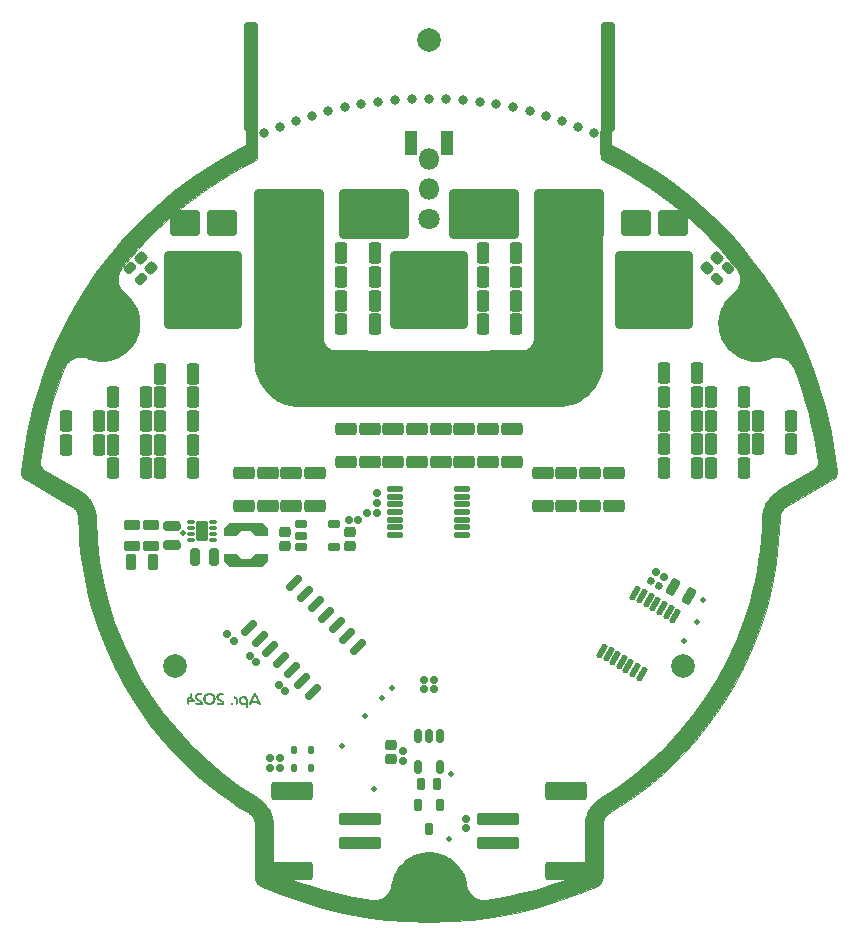
<source format=gbr>
%TF.GenerationSoftware,KiCad,Pcbnew,8.0.6-8.0.6-0~ubuntu22.04.1*%
%TF.CreationDate,2024-11-21T14:47:19+01:00*%
%TF.ProjectId,amulet_controller,616d756c-6574-45f6-936f-6e74726f6c6c,1.1*%
%TF.SameCoordinates,Original*%
%TF.FileFunction,Soldermask,Bot*%
%TF.FilePolarity,Negative*%
%FSLAX46Y46*%
G04 Gerber Fmt 4.6, Leading zero omitted, Abs format (unit mm)*
G04 Created by KiCad (PCBNEW 8.0.6-8.0.6-0~ubuntu22.04.1) date 2024-11-21 14:47:19*
%MOMM*%
%LPD*%
G01*
G04 APERTURE LIST*
G04 Aperture macros list*
%AMRoundRect*
0 Rectangle with rounded corners*
0 $1 Rounding radius*
0 $2 $3 $4 $5 $6 $7 $8 $9 X,Y pos of 4 corners*
0 Add a 4 corners polygon primitive as box body*
4,1,4,$2,$3,$4,$5,$6,$7,$8,$9,$2,$3,0*
0 Add four circle primitives for the rounded corners*
1,1,$1+$1,$2,$3*
1,1,$1+$1,$4,$5*
1,1,$1+$1,$6,$7*
1,1,$1+$1,$8,$9*
0 Add four rect primitives between the rounded corners*
20,1,$1+$1,$2,$3,$4,$5,0*
20,1,$1+$1,$4,$5,$6,$7,0*
20,1,$1+$1,$6,$7,$8,$9,0*
20,1,$1+$1,$8,$9,$2,$3,0*%
%AMFreePoly0*
4,1,23,0.785355,1.885355,0.800000,1.850000,0.800000,0.885000,0.785355,0.849645,0.785137,0.849428,0.350000,0.419609,0.350000,-0.419609,0.785137,-0.849428,0.799999,-0.884693,0.800000,-0.885000,0.800000,-1.850000,0.785355,-1.885355,0.750000,-1.900000,0.225000,-1.900000,0.189645,-1.885355,-0.335355,-1.360355,-0.350000,-1.325000,-0.350000,1.325000,-0.335355,1.360355,0.189645,1.885355,
0.225000,1.900000,0.750000,1.900000,0.785355,1.885355,0.785355,1.885355,$1*%
G04 Aperture macros list end*
%ADD10C,0.100000*%
%ADD11C,1.000000*%
%ADD12C,0.160000*%
%ADD13C,0.800000*%
%ADD14C,0.900000*%
%ADD15C,5.400000*%
%ADD16C,1.800000*%
%ADD17O,1.800000X1.800000*%
%ADD18RoundRect,0.330000X2.970000X2.970000X-2.970000X2.970000X-2.970000X-2.970000X2.970000X-2.970000X0*%
%ADD19RoundRect,0.330000X-2.970000X-2.970000X2.970000X-2.970000X2.970000X2.970000X-2.970000X2.970000X0*%
%ADD20RoundRect,0.175000X-0.175000X0.375000X-0.175000X-0.375000X0.175000X-0.375000X0.175000X0.375000X0*%
%ADD21RoundRect,0.228260X-0.296740X-0.671740X0.296740X-0.671740X0.296740X0.671740X-0.296740X0.671740X0*%
%ADD22RoundRect,0.155000X0.155000X-0.155000X0.155000X0.155000X-0.155000X0.155000X-0.155000X-0.155000X0*%
%ADD23RoundRect,0.275000X-1.525000X0.275000X-1.525000X-0.275000X1.525000X-0.275000X1.525000X0.275000X0*%
%ADD24RoundRect,0.266667X-1.483333X0.533333X-1.483333X-0.533333X1.483333X-0.533333X1.483333X0.533333X0*%
%ADD25C,0.499800*%
%ADD26RoundRect,0.187500X-0.353553X-0.088388X-0.088388X-0.353553X0.353553X0.088388X0.088388X0.353553X0*%
%ADD27RoundRect,0.228260X0.296740X0.671740X-0.296740X0.671740X-0.296740X-0.671740X0.296740X-0.671740X0*%
%ADD28RoundRect,0.162500X-0.162500X-0.162500X0.162500X-0.162500X0.162500X0.162500X-0.162500X0.162500X0*%
%ADD29RoundRect,0.337500X0.937500X0.787500X-0.937500X0.787500X-0.937500X-0.787500X0.937500X-0.787500X0*%
%ADD30RoundRect,0.212500X-0.487500X0.212500X-0.487500X-0.212500X0.487500X-0.212500X0.487500X0.212500X0*%
%ADD31FreePoly0,270.000000*%
%ADD32FreePoly0,90.000000*%
%ADD33RoundRect,0.228260X-0.671740X0.296740X-0.671740X-0.296740X0.671740X-0.296740X0.671740X0.296740X0*%
%ADD34RoundRect,0.200000X0.200000X0.525000X-0.200000X0.525000X-0.200000X-0.525000X0.200000X-0.525000X0*%
%ADD35RoundRect,0.175000X-0.375000X-0.175000X0.375000X-0.175000X0.375000X0.175000X-0.375000X0.175000X0*%
%ADD36RoundRect,0.187500X-0.088388X0.353553X-0.353553X0.088388X0.088388X-0.353553X0.353553X-0.088388X0*%
%ADD37RoundRect,0.425000X2.550000X1.700000X-2.550000X1.700000X-2.550000X-1.700000X2.550000X-1.700000X0*%
%ADD38RoundRect,0.050000X0.450000X1.000000X-0.450000X1.000000X-0.450000X-1.000000X0.450000X-1.000000X0*%
%ADD39RoundRect,0.162500X0.335876X0.565685X-0.565685X-0.335876X-0.335876X-0.565685X0.565685X0.335876X0*%
%ADD40RoundRect,0.162500X0.221979X0.059479X-0.059479X0.221979X-0.221979X-0.059479X0.059479X-0.221979X0*%
%ADD41RoundRect,0.212500X0.287500X-0.212500X0.287500X0.212500X-0.287500X0.212500X-0.287500X-0.212500X0*%
%ADD42RoundRect,0.155000X-0.155000X-0.155000X0.155000X-0.155000X0.155000X0.155000X-0.155000X0.155000X0*%
%ADD43RoundRect,0.125000X0.542500X0.125000X-0.542500X0.125000X-0.542500X-0.125000X0.542500X-0.125000X0*%
%ADD44RoundRect,0.100000X0.400000X0.950000X-0.400000X0.950000X-0.400000X-0.950000X0.400000X-0.950000X0*%
%ADD45C,2.000000*%
%ADD46RoundRect,0.125000X-0.125000X0.225000X-0.125000X-0.225000X0.125000X-0.225000X0.125000X0.225000X0*%
%ADD47RoundRect,0.155000X-0.219203X0.000000X0.000000X-0.219203X0.219203X0.000000X0.000000X0.219203X0*%
%ADD48RoundRect,0.162500X-0.229810X0.000000X0.000000X-0.229810X0.229810X0.000000X0.000000X0.229810X0*%
%ADD49RoundRect,0.187500X0.187500X0.312500X-0.187500X0.312500X-0.187500X-0.312500X0.187500X-0.312500X0*%
%ADD50RoundRect,0.162500X0.162500X0.162500X-0.162500X0.162500X-0.162500X-0.162500X0.162500X-0.162500X0*%
%ADD51RoundRect,0.212500X0.487500X-0.212500X0.487500X0.212500X-0.487500X0.212500X-0.487500X-0.212500X0*%
%ADD52RoundRect,0.200000X-0.525000X0.200000X-0.525000X-0.200000X0.525000X-0.200000X0.525000X0.200000X0*%
%ADD53RoundRect,0.162500X0.162500X-0.162500X0.162500X0.162500X-0.162500X0.162500X-0.162500X-0.162500X0*%
%ADD54RoundRect,0.125000X-0.162997X-0.532319X0.379503X0.407319X0.162997X0.532319X-0.379503X-0.407319X0*%
%ADD55RoundRect,0.087500X-0.212500X-0.087500X0.212500X-0.087500X0.212500X0.087500X-0.212500X0.087500X0*%
%ADD56RoundRect,0.100000X-0.400000X-0.750000X0.400000X-0.750000X0.400000X0.750000X-0.400000X0.750000X0*%
%ADD57RoundRect,0.337500X-0.937500X-0.787500X0.937500X-0.787500X0.937500X0.787500X-0.937500X0.787500X0*%
%ADD58RoundRect,0.200000X-0.435705X-0.354663X-0.089295X-0.554663X0.435705X0.354663X0.089295X0.554663X0*%
%ADD59RoundRect,0.212500X-0.353553X-0.053033X-0.053033X-0.353553X0.353553X0.053033X0.053033X0.353553X0*%
%ADD60RoundRect,0.212500X-0.053033X0.353553X-0.353553X0.053033X0.053033X-0.353553X0.353553X-0.053033X0*%
%ADD61RoundRect,0.175000X-0.175000X0.400000X-0.175000X-0.400000X0.175000X-0.400000X0.175000X0.400000X0*%
%ADD62RoundRect,0.275000X1.525000X-0.275000X1.525000X0.275000X-1.525000X0.275000X-1.525000X-0.275000X0*%
%ADD63RoundRect,0.266667X1.483333X-0.533333X1.483333X0.533333X-1.483333X0.533333X-1.483333X-0.533333X0*%
%ADD64RoundRect,0.212500X0.212500X0.487500X-0.212500X0.487500X-0.212500X-0.487500X0.212500X-0.487500X0*%
%ADD65RoundRect,0.155000X-0.155000X0.155000X-0.155000X-0.155000X0.155000X-0.155000X0.155000X0.155000X0*%
%ADD66RoundRect,0.155000X0.211734X0.056734X-0.056734X0.211734X-0.211734X-0.056734X0.056734X-0.211734X0*%
G04 APERTURE END LIST*
D10*
X133950000Y-60150000D02*
X133672119Y-60290158D01*
X132668153Y-60812772D01*
X131682582Y-61369300D01*
X130716551Y-61959094D01*
X129771183Y-62581471D01*
X128847576Y-63235706D01*
X127946804Y-63921039D01*
X127069912Y-64636675D01*
X126217921Y-65381781D01*
X125391819Y-66155493D01*
X124965302Y-66566249D01*
X124501763Y-67042061D01*
X123806609Y-67791228D01*
X123134543Y-68561815D01*
X122486065Y-69353301D01*
X122440982Y-69413091D01*
X122399113Y-69474781D01*
X122360496Y-69538242D01*
X122325177Y-69603334D01*
X122293183Y-69669937D01*
X122264557Y-69737912D01*
X122239334Y-69807133D01*
X122217548Y-69877466D01*
X122199241Y-69948787D01*
X122184444Y-70020962D01*
X122173207Y-70093854D01*
X122165548Y-70167342D01*
X122161509Y-70241287D01*
X122161145Y-70315572D01*
X122164468Y-70390052D01*
X122171529Y-70464602D01*
X122182304Y-70538717D01*
X122196687Y-70611871D01*
X122214617Y-70683956D01*
X122236022Y-70754856D01*
X122260846Y-70824451D01*
X122289013Y-70892616D01*
X122320456Y-70959241D01*
X122355113Y-71024213D01*
X122392919Y-71087392D01*
X122433802Y-71148685D01*
X122477692Y-71207968D01*
X122524532Y-71265107D01*
X122574249Y-71320004D01*
X122626774Y-71372526D01*
X122682047Y-71422567D01*
X122740000Y-71470000D01*
X122615302Y-71641249D01*
X120075016Y-70100963D01*
X120351810Y-69687753D01*
X121020575Y-68791975D01*
X121717666Y-67918415D01*
X122442525Y-67067762D01*
X123194590Y-66240680D01*
X123973307Y-65437851D01*
X124778126Y-64659953D01*
X125608477Y-63907658D01*
X126463814Y-63181644D01*
X127123326Y-62657587D01*
X127655453Y-62258727D01*
X128584550Y-61584382D01*
X129535446Y-60941141D01*
X130507100Y-60329707D01*
X131498449Y-59750751D01*
X132508407Y-59204906D01*
X133050000Y-58930000D01*
X133050000Y-57750000D01*
X133950000Y-57750000D01*
X133950000Y-60150000D01*
G36*
X133950000Y-60150000D02*
G01*
X133672119Y-60290158D01*
X132668153Y-60812772D01*
X131682582Y-61369300D01*
X130716551Y-61959094D01*
X129771183Y-62581471D01*
X128847576Y-63235706D01*
X127946804Y-63921039D01*
X127069912Y-64636675D01*
X126217921Y-65381781D01*
X125391819Y-66155493D01*
X124965302Y-66566249D01*
X124501763Y-67042061D01*
X123806609Y-67791228D01*
X123134543Y-68561815D01*
X122486065Y-69353301D01*
X122440982Y-69413091D01*
X122399113Y-69474781D01*
X122360496Y-69538242D01*
X122325177Y-69603334D01*
X122293183Y-69669937D01*
X122264557Y-69737912D01*
X122239334Y-69807133D01*
X122217548Y-69877466D01*
X122199241Y-69948787D01*
X122184444Y-70020962D01*
X122173207Y-70093854D01*
X122165548Y-70167342D01*
X122161509Y-70241287D01*
X122161145Y-70315572D01*
X122164468Y-70390052D01*
X122171529Y-70464602D01*
X122182304Y-70538717D01*
X122196687Y-70611871D01*
X122214617Y-70683956D01*
X122236022Y-70754856D01*
X122260846Y-70824451D01*
X122289013Y-70892616D01*
X122320456Y-70959241D01*
X122355113Y-71024213D01*
X122392919Y-71087392D01*
X122433802Y-71148685D01*
X122477692Y-71207968D01*
X122524532Y-71265107D01*
X122574249Y-71320004D01*
X122626774Y-71372526D01*
X122682047Y-71422567D01*
X122740000Y-71470000D01*
X122615302Y-71641249D01*
X120075016Y-70100963D01*
X120351810Y-69687753D01*
X121020575Y-68791975D01*
X121717666Y-67918415D01*
X122442525Y-67067762D01*
X123194590Y-66240680D01*
X123973307Y-65437851D01*
X124778126Y-64659953D01*
X125608477Y-63907658D01*
X126463814Y-63181644D01*
X127123326Y-62657587D01*
X127655453Y-62258727D01*
X128584550Y-61584382D01*
X129535446Y-60941141D01*
X130507100Y-60329707D01*
X131498449Y-59750751D01*
X132508407Y-59204906D01*
X133050000Y-58930000D01*
X133050000Y-57750000D01*
X133950000Y-57750000D01*
X133950000Y-60150000D01*
G37*
X133950000Y-48700000D02*
X133950000Y-58650000D01*
X132850000Y-57550000D01*
X132850000Y-48700000D01*
X133000000Y-48550000D01*
X133800000Y-48550000D01*
X133950000Y-48700000D01*
G36*
X133950000Y-48700000D02*
G01*
X133950000Y-58650000D01*
X132850000Y-57550000D01*
X132850000Y-48700000D01*
X133000000Y-48550000D01*
X133800000Y-48550000D01*
X133950000Y-48700000D01*
G37*
D11*
X157900400Y-75320100D02*
G75*
G02*
X156400400Y-76820100I-1500000J0D01*
G01*
X140600400Y-76820100D02*
G75*
G02*
X139100400Y-75320100I0J1500000D01*
G01*
D10*
X164150000Y-48700000D02*
X164150000Y-57550000D01*
X163050000Y-58650000D01*
X163050000Y-48700000D01*
X163200000Y-48550000D01*
X164000000Y-48550000D01*
X164150000Y-48700000D01*
G36*
X164150000Y-48700000D02*
G01*
X164150000Y-57550000D01*
X163050000Y-58650000D01*
X163050000Y-48700000D01*
X163200000Y-48550000D01*
X164000000Y-48550000D01*
X164150000Y-48700000D01*
G37*
X177458763Y-70882106D02*
X178062591Y-71829744D01*
X178634547Y-72794916D01*
X179174316Y-73776787D01*
X179681602Y-74774541D01*
X180156088Y-75787358D01*
X180597474Y-76814415D01*
X181005450Y-77854889D01*
X181379710Y-78907968D01*
X181719951Y-79972815D01*
X182025863Y-81048623D01*
X182297133Y-82134559D01*
X182533465Y-83229809D01*
X182734545Y-84333556D01*
X182900067Y-85444970D01*
X183029727Y-86563236D01*
X183032940Y-86614418D01*
X183032422Y-86665208D01*
X183028264Y-86715437D01*
X183020560Y-86764926D01*
X183009387Y-86813509D01*
X182994841Y-86861007D01*
X182977012Y-86907261D01*
X182955981Y-86952082D01*
X182931836Y-86995314D01*
X182904675Y-87036778D01*
X182874577Y-87076298D01*
X182841634Y-87113706D01*
X182805934Y-87148834D01*
X182767564Y-87181506D01*
X182726614Y-87211550D01*
X182683172Y-87238793D01*
X178844883Y-89454809D01*
X178808318Y-89476725D01*
X178772637Y-89499727D01*
X178737855Y-89523786D01*
X178703997Y-89548876D01*
X178671067Y-89574966D01*
X178639089Y-89602033D01*
X178608078Y-89630045D01*
X178578047Y-89658975D01*
X178549020Y-89688796D01*
X178521008Y-89719477D01*
X178494031Y-89750998D01*
X178468098Y-89783319D01*
X178443233Y-89816426D01*
X178419449Y-89850279D01*
X178396764Y-89884857D01*
X178375195Y-89920133D01*
X178354758Y-89956070D01*
X178335465Y-89992651D01*
X178317337Y-90029846D01*
X178300393Y-90067615D01*
X178284644Y-90105949D01*
X178270109Y-90144808D01*
X178256804Y-90184167D01*
X178244749Y-90223996D01*
X178233951Y-90264274D01*
X178224435Y-90304966D01*
X178216215Y-90346049D01*
X178209308Y-90387487D01*
X178203730Y-90429261D01*
X178199495Y-90471337D01*
X178196627Y-90513695D01*
X178195133Y-90556299D01*
X178098398Y-92460799D01*
X177881777Y-94341352D01*
X177548079Y-96193108D01*
X177100094Y-98011212D01*
X176540626Y-99790822D01*
X175872471Y-101527082D01*
X175098438Y-103215143D01*
X174221321Y-104850154D01*
X173243924Y-106427271D01*
X172169039Y-107941638D01*
X170999473Y-109388405D01*
X169738025Y-110762726D01*
X168387496Y-112059751D01*
X166950683Y-113274623D01*
X165430387Y-114402497D01*
X163829410Y-115438524D01*
X163793256Y-115461120D01*
X163758012Y-115484783D01*
X163723684Y-115509494D01*
X163690298Y-115535213D01*
X163657864Y-115561915D01*
X163626396Y-115589577D01*
X163595909Y-115618165D01*
X163566428Y-115647653D01*
X163537961Y-115678011D01*
X163510526Y-115709211D01*
X163484138Y-115741228D01*
X163458818Y-115774033D01*
X163434578Y-115807597D01*
X163411429Y-115841892D01*
X163368488Y-115912559D01*
X163330121Y-115985811D01*
X163312694Y-116023335D01*
X163296457Y-116061421D01*
X163281428Y-116100040D01*
X163267622Y-116139163D01*
X163255055Y-116178765D01*
X163243745Y-116218816D01*
X163233702Y-116259286D01*
X163224949Y-116300147D01*
X163217501Y-116341376D01*
X163211370Y-116382940D01*
X163206573Y-116424809D01*
X163203129Y-116466960D01*
X163201047Y-116509365D01*
X163200353Y-116551990D01*
X163200352Y-120984023D01*
X163198483Y-121035271D01*
X163192941Y-121085760D01*
X163183832Y-121135332D01*
X163171262Y-121183814D01*
X163155337Y-121231046D01*
X163136159Y-121276875D01*
X163113834Y-121321130D01*
X163088466Y-121363653D01*
X163060162Y-121404278D01*
X163029024Y-121442843D01*
X162995158Y-121479189D01*
X162958668Y-121513149D01*
X162919661Y-121544571D01*
X162878244Y-121573280D01*
X162834511Y-121599121D01*
X162788582Y-121621926D01*
X161070547Y-122343388D01*
X159325314Y-122968649D01*
X157556766Y-123497721D01*
X155768791Y-123930597D01*
X153965275Y-124267278D01*
X152150103Y-124507764D01*
X150327157Y-124652055D01*
X148500328Y-124700152D01*
X146673502Y-124652053D01*
X144850556Y-124507763D01*
X143035385Y-124267276D01*
X141231870Y-123930594D01*
X139443899Y-123497717D01*
X137675357Y-122968646D01*
X135930128Y-122343382D01*
X134212101Y-121621920D01*
X134188866Y-121610902D01*
X134166167Y-121599110D01*
X134144022Y-121586562D01*
X134122439Y-121573272D01*
X134101433Y-121559269D01*
X134081022Y-121544563D01*
X134061208Y-121529181D01*
X134042016Y-121513146D01*
X134023449Y-121496471D01*
X134005528Y-121479179D01*
X133988261Y-121461296D01*
X133971663Y-121442836D01*
X133955747Y-121423817D01*
X133940528Y-121404271D01*
X133926017Y-121384204D01*
X133912227Y-121363644D01*
X133899170Y-121342612D01*
X133886863Y-121321120D01*
X133875315Y-121299200D01*
X133864544Y-121276867D01*
X133854553Y-121254142D01*
X133845363Y-121231042D01*
X133836989Y-121207591D01*
X133829440Y-121183808D01*
X133822731Y-121159714D01*
X133816876Y-121135327D01*
X133811880Y-121110670D01*
X133807770Y-121085761D01*
X133804546Y-121060622D01*
X133802226Y-121035273D01*
X133800827Y-121009730D01*
X133800358Y-120984026D01*
X133800358Y-116551989D01*
X133797582Y-116466962D01*
X133789341Y-116382938D01*
X133775759Y-116300153D01*
X133756965Y-116218816D01*
X133733087Y-116139163D01*
X133704253Y-116061419D01*
X133670590Y-115985812D01*
X133632223Y-115912558D01*
X133589284Y-115841891D01*
X133541896Y-115774033D01*
X133490191Y-115709213D01*
X133434294Y-115647650D01*
X133374332Y-115589572D01*
X133310431Y-115535212D01*
X133242722Y-115484789D01*
X133171330Y-115438524D01*
X132360930Y-114932297D01*
X131570352Y-114402497D01*
X130799944Y-113849737D01*
X130050056Y-113274622D01*
X129321040Y-112677757D01*
X128613242Y-112059748D01*
X127927016Y-111421200D01*
X127262707Y-110762725D01*
X126001260Y-109388405D01*
X124831692Y-107941637D01*
X123756806Y-106427270D01*
X122779401Y-104850153D01*
X121902283Y-103215141D01*
X121128247Y-101527079D01*
X120460090Y-99790821D01*
X119900622Y-98011212D01*
X119662518Y-97106668D01*
X119452635Y-96193106D01*
X119271321Y-95271135D01*
X119118931Y-94341352D01*
X118995810Y-93404373D01*
X118902315Y-92460799D01*
X118838780Y-91511241D01*
X118805574Y-90556299D01*
X118801209Y-90471342D01*
X118791395Y-90387490D01*
X118776262Y-90304966D01*
X118755948Y-90223998D01*
X118730587Y-90144808D01*
X118700301Y-90067617D01*
X118665229Y-89992651D01*
X118625497Y-89920131D01*
X118581243Y-89850280D01*
X118532596Y-89783321D01*
X118479685Y-89719477D01*
X118422642Y-89658975D01*
X118361602Y-89602033D01*
X118296694Y-89548876D01*
X118228048Y-89499727D01*
X118155796Y-89454809D01*
X114317542Y-87238795D01*
X114295508Y-87225533D01*
X114274090Y-87211550D01*
X114253295Y-87196866D01*
X114233135Y-87181506D01*
X114213620Y-87165488D01*
X114194761Y-87148835D01*
X114176569Y-87131565D01*
X114159060Y-87113706D01*
X114142235Y-87095278D01*
X114126115Y-87076297D01*
X114110702Y-87056790D01*
X114096013Y-87036774D01*
X114082059Y-87016275D01*
X114068849Y-86995313D01*
X114056395Y-86973911D01*
X114044710Y-86952088D01*
X114033798Y-86929863D01*
X114023678Y-86907261D01*
X114014359Y-86884305D01*
X114005847Y-86861011D01*
X113998159Y-86837411D01*
X113991303Y-86813513D01*
X113985294Y-86789345D01*
X113980134Y-86764931D01*
X113975841Y-86740289D01*
X113972429Y-86715440D01*
X113969901Y-86690410D01*
X113968277Y-86665216D01*
X113967561Y-86639881D01*
X113967764Y-86614426D01*
X113968902Y-86588873D01*
X113970980Y-86563243D01*
X114100630Y-85444979D01*
X114266146Y-84333564D01*
X114467218Y-83229818D01*
X114703545Y-82134564D01*
X114974813Y-81048624D01*
X115280721Y-79972821D01*
X115620959Y-78907970D01*
X115995221Y-77854894D01*
X116403200Y-76814419D01*
X116844583Y-75787362D01*
X117319073Y-74774545D01*
X117826360Y-73776790D01*
X118366129Y-72794918D01*
X118938085Y-71829751D01*
X119541918Y-70882105D01*
X120177311Y-69952810D01*
X122387546Y-71228872D01*
X122521466Y-71310562D01*
X122650043Y-71397784D01*
X122773199Y-71490291D01*
X122890868Y-71587856D01*
X123002971Y-71690235D01*
X123109447Y-71797194D01*
X123210209Y-71908493D01*
X123305191Y-72023894D01*
X123394324Y-72143160D01*
X123477526Y-72266057D01*
X123554735Y-72392339D01*
X123625873Y-72521771D01*
X123690868Y-72654119D01*
X123749645Y-72789146D01*
X123802140Y-72926605D01*
X123848268Y-73066272D01*
X123887970Y-73207900D01*
X123921161Y-73351248D01*
X123947774Y-73496087D01*
X123967738Y-73642174D01*
X123980980Y-73789275D01*
X123987427Y-73937148D01*
X123987001Y-74085560D01*
X123979636Y-74234269D01*
X123965259Y-74383039D01*
X123943795Y-74531631D01*
X123915173Y-74679810D01*
X123879319Y-74827335D01*
X123836161Y-74973973D01*
X123785629Y-75119481D01*
X123727647Y-75263619D01*
X123662143Y-75406157D01*
X123589835Y-75545368D01*
X123511649Y-75679624D01*
X123427807Y-75808842D01*
X123338548Y-75932927D01*
X123244105Y-76051794D01*
X123144704Y-76165357D01*
X123040584Y-76273520D01*
X122931975Y-76376203D01*
X122819107Y-76473306D01*
X122702213Y-76564749D01*
X122581530Y-76650442D01*
X122457284Y-76730296D01*
X122329709Y-76804221D01*
X122199038Y-76872127D01*
X122065501Y-76933931D01*
X121929336Y-76989540D01*
X121790770Y-77038865D01*
X121650035Y-77081818D01*
X121507365Y-77118311D01*
X121362992Y-77148255D01*
X121217149Y-77171563D01*
X121070067Y-77188139D01*
X120921976Y-77197905D01*
X120773113Y-77200766D01*
X120623706Y-77196634D01*
X120473988Y-77185419D01*
X120324194Y-77167036D01*
X120174554Y-77141397D01*
X120025307Y-77108402D01*
X119876671Y-77067977D01*
X119728888Y-77020027D01*
X119582189Y-76964466D01*
X119512133Y-76937998D01*
X119441164Y-76915152D01*
X119369415Y-76895928D01*
X119297020Y-76880318D01*
X119224117Y-76868328D01*
X119150841Y-76859956D01*
X119077327Y-76855199D01*
X119003708Y-76854056D01*
X118930123Y-76856524D01*
X118856705Y-76862607D01*
X118783592Y-76872298D01*
X118710916Y-76885596D01*
X118638814Y-76902508D01*
X118567424Y-76923022D01*
X118496877Y-76947145D01*
X118427309Y-76974872D01*
X118359213Y-77006032D01*
X118293042Y-77040390D01*
X118228896Y-77077848D01*
X118166869Y-77118318D01*
X118107051Y-77161691D01*
X118049538Y-77207879D01*
X117994434Y-77256773D01*
X117941818Y-77308288D01*
X117891795Y-77362322D01*
X117844457Y-77418777D01*
X117799898Y-77477551D01*
X117758213Y-77538557D01*
X117719497Y-77601695D01*
X117683845Y-77666866D01*
X117651346Y-77733966D01*
X117622106Y-77802907D01*
X117260894Y-78760252D01*
X116929587Y-79727570D01*
X116628354Y-80704173D01*
X116357394Y-81689351D01*
X116116872Y-82682398D01*
X115906983Y-83682618D01*
X115727900Y-84689300D01*
X115579807Y-85701744D01*
X115574598Y-85757989D01*
X115573619Y-85813890D01*
X115576770Y-85869253D01*
X115583955Y-85923874D01*
X115595074Y-85977555D01*
X115610021Y-86030086D01*
X115628708Y-86081280D01*
X115651027Y-86130926D01*
X115676882Y-86178824D01*
X115706176Y-86224780D01*
X115738806Y-86268585D01*
X115774669Y-86310042D01*
X115813672Y-86348951D01*
X115855715Y-86385107D01*
X115900696Y-86418315D01*
X115948520Y-86448367D01*
X118905826Y-88155772D01*
X118984587Y-88202977D01*
X119061438Y-88252518D01*
X119136351Y-88304336D01*
X119209288Y-88358373D01*
X119280213Y-88414570D01*
X119349092Y-88472864D01*
X119415886Y-88533197D01*
X119480564Y-88595508D01*
X119543088Y-88659736D01*
X119603424Y-88725823D01*
X119661537Y-88793709D01*
X119717386Y-88863330D01*
X119770946Y-88934630D01*
X119822172Y-89007551D01*
X119871031Y-89082022D01*
X119917490Y-89157996D01*
X119961517Y-89235406D01*
X120003065Y-89314193D01*
X120042109Y-89394302D01*
X120078610Y-89475661D01*
X120112530Y-89558219D01*
X120143841Y-89641919D01*
X120172497Y-89726691D01*
X120198471Y-89812482D01*
X120221727Y-89899230D01*
X120242221Y-89986873D01*
X120259930Y-90075356D01*
X120274812Y-90164614D01*
X120286831Y-90254587D01*
X120295952Y-90345220D01*
X120302141Y-90436447D01*
X120305363Y-90528211D01*
X120397220Y-92336526D01*
X120602906Y-94122100D01*
X120919762Y-95880332D01*
X121345125Y-97606613D01*
X121876344Y-99296341D01*
X122510755Y-100944911D01*
X123245700Y-102547715D01*
X124078522Y-104100155D01*
X125006563Y-105597617D01*
X126027158Y-107035500D01*
X127137653Y-108409199D01*
X128335395Y-109714111D01*
X129617716Y-110945626D01*
X130981962Y-112099142D01*
X132425471Y-113170056D01*
X133945591Y-114153757D01*
X134023449Y-114202426D01*
X134099359Y-114253398D01*
X134173284Y-114306611D01*
X134245195Y-114362006D01*
X134315054Y-114419521D01*
X134382826Y-114479095D01*
X134448479Y-114540668D01*
X134511978Y-114604176D01*
X134573290Y-114669566D01*
X134632374Y-114736773D01*
X134689203Y-114805733D01*
X134743741Y-114876389D01*
X134795953Y-114948680D01*
X134845805Y-115022544D01*
X134938289Y-115174751D01*
X135020922Y-115332524D01*
X135058456Y-115413348D01*
X135093427Y-115495381D01*
X135125796Y-115578561D01*
X135155529Y-115662825D01*
X135182597Y-115748122D01*
X135206956Y-115834386D01*
X135228585Y-115921550D01*
X135247437Y-116009564D01*
X135263482Y-116098362D01*
X135276690Y-116187884D01*
X135287019Y-116278066D01*
X135294440Y-116368853D01*
X135298918Y-116460180D01*
X135300419Y-116551989D01*
X135300417Y-119966802D01*
X135302538Y-120023239D01*
X135308812Y-120078801D01*
X135319108Y-120133283D01*
X135333305Y-120186514D01*
X135351278Y-120238300D01*
X135372905Y-120288456D01*
X135398057Y-120336802D01*
X135426611Y-120383140D01*
X135458449Y-120427290D01*
X135493436Y-120469065D01*
X135531459Y-120508278D01*
X135572387Y-120544743D01*
X135616095Y-120578278D01*
X135662460Y-120608687D01*
X135711358Y-120635792D01*
X135762667Y-120659405D01*
X136713495Y-121037370D01*
X137674837Y-121385620D01*
X138645988Y-121703958D01*
X139626247Y-121992186D01*
X140614916Y-122250112D01*
X141611292Y-122477546D01*
X142614674Y-122674284D01*
X143624363Y-122840139D01*
X143698693Y-122849288D01*
X143773062Y-122854697D01*
X143847330Y-122856407D01*
X143921371Y-122854449D01*
X143995050Y-122848854D01*
X144068234Y-122839654D01*
X144140801Y-122826891D01*
X144212608Y-122810585D01*
X144283531Y-122790779D01*
X144353431Y-122767505D01*
X144422187Y-122740793D01*
X144489661Y-122710678D01*
X144555718Y-122677195D01*
X144620237Y-122640373D01*
X144683079Y-122600250D01*
X144744114Y-122556855D01*
X144802903Y-122510472D01*
X144859063Y-122461438D01*
X144912524Y-122409866D01*
X144963219Y-122355879D01*
X145011076Y-122299583D01*
X145056030Y-122241107D01*
X145098006Y-122180562D01*
X145136940Y-122118065D01*
X145172762Y-122053736D01*
X145205404Y-121987684D01*
X145234792Y-121920036D01*
X145260864Y-121850898D01*
X145283545Y-121780397D01*
X145302769Y-121708647D01*
X145318466Y-121635762D01*
X145330573Y-121561858D01*
X145354382Y-121414665D01*
X145384676Y-121269986D01*
X145421292Y-121127956D01*
X145464062Y-120988720D01*
X145512830Y-120852417D01*
X145567430Y-120719192D01*
X145627692Y-120589188D01*
X145693467Y-120462540D01*
X145764582Y-120339399D01*
X145840879Y-120219899D01*
X145922190Y-120104188D01*
X146008359Y-119992406D01*
X146099217Y-119884691D01*
X146194604Y-119781188D01*
X146294356Y-119682039D01*
X146398315Y-119587387D01*
X146506313Y-119497371D01*
X146618187Y-119412136D01*
X146733778Y-119331818D01*
X146852919Y-119256568D01*
X146975450Y-119186523D01*
X147101207Y-119121821D01*
X147230025Y-119062610D01*
X147361750Y-119009027D01*
X147496208Y-118961219D01*
X147633242Y-118919324D01*
X147772687Y-118883484D01*
X147914383Y-118853844D01*
X148058167Y-118830545D01*
X148203872Y-118813726D01*
X148351337Y-118803528D01*
X148500400Y-118800100D01*
X148649465Y-118803530D01*
X148796931Y-118813726D01*
X148942637Y-118830548D01*
X149086419Y-118853845D01*
X149228114Y-118883489D01*
X149367562Y-118919324D01*
X149504596Y-118961219D01*
X149639058Y-119009027D01*
X149770776Y-119062609D01*
X149899601Y-119121821D01*
X150025360Y-119186517D01*
X150147891Y-119256568D01*
X150267034Y-119331823D01*
X150382627Y-119412133D01*
X150494502Y-119497371D01*
X150602502Y-119587387D01*
X150706459Y-119682039D01*
X150806219Y-119781187D01*
X150901607Y-119884691D01*
X150992464Y-119992404D01*
X151078634Y-120104189D01*
X151159945Y-120219898D01*
X151236243Y-120339400D01*
X151307363Y-120462542D01*
X151373136Y-120589188D01*
X151433402Y-120719190D01*
X151488002Y-120852418D01*
X151536765Y-120988722D01*
X151579539Y-121127956D01*
X151616154Y-121269985D01*
X151646450Y-121414669D01*
X151670259Y-121561855D01*
X151682363Y-121635760D01*
X151698061Y-121708643D01*
X151717285Y-121780397D01*
X151739966Y-121850898D01*
X151766034Y-121920033D01*
X151795419Y-121987684D01*
X151828060Y-122053733D01*
X151863880Y-122118065D01*
X151902812Y-122180564D01*
X151944789Y-122241108D01*
X151989741Y-122299585D01*
X152037599Y-122355878D01*
X152088295Y-122409867D01*
X152141759Y-122461438D01*
X152197920Y-122510475D01*
X152256716Y-122556859D01*
X152317754Y-122600250D01*
X152380593Y-122640374D01*
X152445107Y-122677195D01*
X152511168Y-122710676D01*
X152578642Y-122740793D01*
X152647397Y-122767504D01*
X152717295Y-122790781D01*
X152788217Y-122810585D01*
X152860020Y-122826889D01*
X152932580Y-122839656D01*
X153005762Y-122848854D01*
X153079434Y-122854450D01*
X153153465Y-122856408D01*
X153227728Y-122854699D01*
X153302085Y-122849287D01*
X153376409Y-122840142D01*
X154321649Y-122685827D01*
X155261460Y-122504436D01*
X156195263Y-122296123D01*
X157122486Y-122061037D01*
X158042548Y-121799338D01*
X158954880Y-121511175D01*
X159858897Y-121196714D01*
X160754032Y-120856099D01*
X160807013Y-120833878D01*
X160858813Y-120809805D01*
X160909394Y-120783916D01*
X160958727Y-120756266D01*
X161006783Y-120726901D01*
X161053524Y-120695867D01*
X161098919Y-120663217D01*
X161142934Y-120628995D01*
X161185538Y-120593251D01*
X161226697Y-120556034D01*
X161266378Y-120517392D01*
X161304551Y-120477371D01*
X161341180Y-120436022D01*
X161376233Y-120393392D01*
X161409679Y-120349531D01*
X161441482Y-120304481D01*
X161471613Y-120258298D01*
X161500037Y-120211027D01*
X161526721Y-120162717D01*
X161551631Y-120113412D01*
X161574744Y-120063166D01*
X161596009Y-120012026D01*
X161615410Y-119960039D01*
X161632907Y-119907253D01*
X161648469Y-119853715D01*
X161662060Y-119799472D01*
X161673653Y-119744580D01*
X161683209Y-119689079D01*
X161690700Y-119633024D01*
X161696094Y-119576457D01*
X161699351Y-119519432D01*
X161700444Y-119461989D01*
X161700446Y-116551991D01*
X161706423Y-116368855D01*
X161724170Y-116187887D01*
X161753423Y-116009569D01*
X161793899Y-115834390D01*
X161845325Y-115662831D01*
X161907427Y-115495383D01*
X161979930Y-115332532D01*
X162062561Y-115174759D01*
X162155045Y-115022552D01*
X162257107Y-114876398D01*
X162368473Y-114736780D01*
X162488871Y-114604187D01*
X162618025Y-114479099D01*
X162755655Y-114362013D01*
X162901499Y-114253405D01*
X163055270Y-114153760D01*
X163824740Y-113673098D01*
X164575389Y-113170058D01*
X165306887Y-112645213D01*
X166018900Y-112099145D01*
X166711098Y-111532421D01*
X167383144Y-110945628D01*
X168034714Y-110339335D01*
X168665466Y-109714111D01*
X169863203Y-108409201D01*
X170973702Y-107035502D01*
X171994296Y-105597619D01*
X172922337Y-104100154D01*
X173755157Y-102547718D01*
X174490099Y-100944915D01*
X175124508Y-99296343D01*
X175655719Y-97606614D01*
X175881801Y-96747755D01*
X176081084Y-95880329D01*
X176253240Y-95004923D01*
X176397935Y-94122100D01*
X176514838Y-93232442D01*
X176603613Y-92336525D01*
X176663938Y-91434923D01*
X176695469Y-90528213D01*
X176704877Y-90345222D01*
X176726023Y-90164617D01*
X176758606Y-89986877D01*
X176802360Y-89812486D01*
X176856993Y-89641924D01*
X176922223Y-89475666D01*
X176997766Y-89314199D01*
X177083341Y-89158000D01*
X177178658Y-89007554D01*
X177283444Y-88863335D01*
X177397407Y-88725828D01*
X177520267Y-88595512D01*
X177651739Y-88472867D01*
X177791545Y-88358379D01*
X177939393Y-88252518D01*
X178095006Y-88155776D01*
X181052250Y-86448366D01*
X181076510Y-86433744D01*
X181100072Y-86418311D01*
X181122922Y-86402087D01*
X181145052Y-86385104D01*
X181166445Y-86367381D01*
X181187093Y-86348946D01*
X181206977Y-86329821D01*
X181226092Y-86310037D01*
X181244425Y-86289615D01*
X181261950Y-86268580D01*
X181278676Y-86246958D01*
X181294578Y-86224773D01*
X181309643Y-86202053D01*
X181323863Y-86178816D01*
X181337224Y-86155100D01*
X181349711Y-86130920D01*
X181361319Y-86106302D01*
X181372024Y-86081272D01*
X181381827Y-86055858D01*
X181390706Y-86030082D01*
X181398651Y-86003974D01*
X181405648Y-85977547D01*
X181411693Y-85950839D01*
X181416763Y-85923870D01*
X181420852Y-85896664D01*
X181423948Y-85869250D01*
X181426028Y-85841648D01*
X181427094Y-85813885D01*
X181427126Y-85785994D01*
X181426113Y-85757986D01*
X181424042Y-85729895D01*
X181420902Y-85701747D01*
X181272813Y-84689305D01*
X181093728Y-83682621D01*
X180883837Y-82682404D01*
X180643319Y-81689349D01*
X180372353Y-80704171D01*
X180071124Y-79727567D01*
X179739816Y-78760245D01*
X179378605Y-77802905D01*
X179349365Y-77733960D01*
X179316874Y-77666857D01*
X179281225Y-77601689D01*
X179242513Y-77538554D01*
X179200833Y-77477546D01*
X179156277Y-77418767D01*
X179108941Y-77362310D01*
X179058922Y-77308278D01*
X179006311Y-77256763D01*
X178951204Y-77207863D01*
X178893698Y-77161678D01*
X178833885Y-77118306D01*
X178771857Y-77077837D01*
X178707716Y-77040379D01*
X178641553Y-77006017D01*
X178573458Y-76974856D01*
X178503893Y-76947131D01*
X178433344Y-76923010D01*
X178361950Y-76902497D01*
X178289846Y-76885586D01*
X178217167Y-76872285D01*
X178144046Y-76862594D01*
X178070624Y-76856517D01*
X177997032Y-76854045D01*
X177923408Y-76855190D01*
X177849887Y-76859947D01*
X177776609Y-76868322D01*
X177703700Y-76880313D01*
X177631298Y-76895921D01*
X177559547Y-76915151D01*
X177488576Y-76937997D01*
X177418522Y-76964467D01*
X177271822Y-77020032D01*
X177124038Y-77067982D01*
X176975406Y-77108408D01*
X176826152Y-77141398D01*
X176676510Y-77167041D01*
X176526716Y-77185424D01*
X176377001Y-77196635D01*
X176227592Y-77200770D01*
X176078724Y-77197910D01*
X175930636Y-77188145D01*
X175783552Y-77171566D01*
X175637704Y-77148259D01*
X175493334Y-77118317D01*
X175350662Y-77081825D01*
X175209923Y-77038868D01*
X175071356Y-76989546D01*
X174935189Y-76933936D01*
X174801652Y-76872133D01*
X174670980Y-76804226D01*
X174543404Y-76730302D01*
X174419157Y-76650447D01*
X174298471Y-76564755D01*
X174181577Y-76473313D01*
X174068711Y-76376206D01*
X173960098Y-76273525D01*
X173855978Y-76165360D01*
X173756577Y-76051800D01*
X173662134Y-75932930D01*
X173572873Y-75808846D01*
X173489031Y-75679629D01*
X173410840Y-75545371D01*
X173338535Y-75406160D01*
X173273032Y-75263622D01*
X173215050Y-75119480D01*
X173164517Y-74973973D01*
X173121360Y-74827337D01*
X173085508Y-74679811D01*
X173056888Y-74531636D01*
X173035422Y-74383038D01*
X173021046Y-74234270D01*
X173013683Y-74085561D01*
X173013262Y-73937148D01*
X173019707Y-73789274D01*
X173032949Y-73642176D01*
X173052914Y-73496087D01*
X173079528Y-73351250D01*
X173112725Y-73207898D01*
X173152424Y-73066270D01*
X173198556Y-72926606D01*
X173251047Y-72789140D01*
X173309830Y-72654120D01*
X173374827Y-72521770D01*
X173445967Y-72392335D01*
X173523176Y-72266054D01*
X173606383Y-72143158D01*
X173695513Y-72023893D01*
X173790498Y-71908494D01*
X173891262Y-71797195D01*
X173997731Y-71690238D01*
X174109839Y-71587853D01*
X174227509Y-71490290D01*
X174350667Y-71397781D01*
X174479241Y-71310564D01*
X174613164Y-71228873D01*
X176823370Y-69952803D01*
X177458763Y-70882106D01*
G36*
X177458763Y-70882106D02*
G01*
X178062591Y-71829744D01*
X178634547Y-72794916D01*
X179174316Y-73776787D01*
X179681602Y-74774541D01*
X180156088Y-75787358D01*
X180597474Y-76814415D01*
X181005450Y-77854889D01*
X181379710Y-78907968D01*
X181719951Y-79972815D01*
X182025863Y-81048623D01*
X182297133Y-82134559D01*
X182533465Y-83229809D01*
X182734545Y-84333556D01*
X182900067Y-85444970D01*
X183029727Y-86563236D01*
X183032940Y-86614418D01*
X183032422Y-86665208D01*
X183028264Y-86715437D01*
X183020560Y-86764926D01*
X183009387Y-86813509D01*
X182994841Y-86861007D01*
X182977012Y-86907261D01*
X182955981Y-86952082D01*
X182931836Y-86995314D01*
X182904675Y-87036778D01*
X182874577Y-87076298D01*
X182841634Y-87113706D01*
X182805934Y-87148834D01*
X182767564Y-87181506D01*
X182726614Y-87211550D01*
X182683172Y-87238793D01*
X178844883Y-89454809D01*
X178808318Y-89476725D01*
X178772637Y-89499727D01*
X178737855Y-89523786D01*
X178703997Y-89548876D01*
X178671067Y-89574966D01*
X178639089Y-89602033D01*
X178608078Y-89630045D01*
X178578047Y-89658975D01*
X178549020Y-89688796D01*
X178521008Y-89719477D01*
X178494031Y-89750998D01*
X178468098Y-89783319D01*
X178443233Y-89816426D01*
X178419449Y-89850279D01*
X178396764Y-89884857D01*
X178375195Y-89920133D01*
X178354758Y-89956070D01*
X178335465Y-89992651D01*
X178317337Y-90029846D01*
X178300393Y-90067615D01*
X178284644Y-90105949D01*
X178270109Y-90144808D01*
X178256804Y-90184167D01*
X178244749Y-90223996D01*
X178233951Y-90264274D01*
X178224435Y-90304966D01*
X178216215Y-90346049D01*
X178209308Y-90387487D01*
X178203730Y-90429261D01*
X178199495Y-90471337D01*
X178196627Y-90513695D01*
X178195133Y-90556299D01*
X178098398Y-92460799D01*
X177881777Y-94341352D01*
X177548079Y-96193108D01*
X177100094Y-98011212D01*
X176540626Y-99790822D01*
X175872471Y-101527082D01*
X175098438Y-103215143D01*
X174221321Y-104850154D01*
X173243924Y-106427271D01*
X172169039Y-107941638D01*
X170999473Y-109388405D01*
X169738025Y-110762726D01*
X168387496Y-112059751D01*
X166950683Y-113274623D01*
X165430387Y-114402497D01*
X163829410Y-115438524D01*
X163793256Y-115461120D01*
X163758012Y-115484783D01*
X163723684Y-115509494D01*
X163690298Y-115535213D01*
X163657864Y-115561915D01*
X163626396Y-115589577D01*
X163595909Y-115618165D01*
X163566428Y-115647653D01*
X163537961Y-115678011D01*
X163510526Y-115709211D01*
X163484138Y-115741228D01*
X163458818Y-115774033D01*
X163434578Y-115807597D01*
X163411429Y-115841892D01*
X163368488Y-115912559D01*
X163330121Y-115985811D01*
X163312694Y-116023335D01*
X163296457Y-116061421D01*
X163281428Y-116100040D01*
X163267622Y-116139163D01*
X163255055Y-116178765D01*
X163243745Y-116218816D01*
X163233702Y-116259286D01*
X163224949Y-116300147D01*
X163217501Y-116341376D01*
X163211370Y-116382940D01*
X163206573Y-116424809D01*
X163203129Y-116466960D01*
X163201047Y-116509365D01*
X163200353Y-116551990D01*
X163200352Y-120984023D01*
X163198483Y-121035271D01*
X163192941Y-121085760D01*
X163183832Y-121135332D01*
X163171262Y-121183814D01*
X163155337Y-121231046D01*
X163136159Y-121276875D01*
X163113834Y-121321130D01*
X163088466Y-121363653D01*
X163060162Y-121404278D01*
X163029024Y-121442843D01*
X162995158Y-121479189D01*
X162958668Y-121513149D01*
X162919661Y-121544571D01*
X162878244Y-121573280D01*
X162834511Y-121599121D01*
X162788582Y-121621926D01*
X161070547Y-122343388D01*
X159325314Y-122968649D01*
X157556766Y-123497721D01*
X155768791Y-123930597D01*
X153965275Y-124267278D01*
X152150103Y-124507764D01*
X150327157Y-124652055D01*
X148500328Y-124700152D01*
X146673502Y-124652053D01*
X144850556Y-124507763D01*
X143035385Y-124267276D01*
X141231870Y-123930594D01*
X139443899Y-123497717D01*
X137675357Y-122968646D01*
X135930128Y-122343382D01*
X134212101Y-121621920D01*
X134188866Y-121610902D01*
X134166167Y-121599110D01*
X134144022Y-121586562D01*
X134122439Y-121573272D01*
X134101433Y-121559269D01*
X134081022Y-121544563D01*
X134061208Y-121529181D01*
X134042016Y-121513146D01*
X134023449Y-121496471D01*
X134005528Y-121479179D01*
X133988261Y-121461296D01*
X133971663Y-121442836D01*
X133955747Y-121423817D01*
X133940528Y-121404271D01*
X133926017Y-121384204D01*
X133912227Y-121363644D01*
X133899170Y-121342612D01*
X133886863Y-121321120D01*
X133875315Y-121299200D01*
X133864544Y-121276867D01*
X133854553Y-121254142D01*
X133845363Y-121231042D01*
X133836989Y-121207591D01*
X133829440Y-121183808D01*
X133822731Y-121159714D01*
X133816876Y-121135327D01*
X133811880Y-121110670D01*
X133807770Y-121085761D01*
X133804546Y-121060622D01*
X133802226Y-121035273D01*
X133800827Y-121009730D01*
X133800358Y-120984026D01*
X133800358Y-116551989D01*
X133797582Y-116466962D01*
X133789341Y-116382938D01*
X133775759Y-116300153D01*
X133756965Y-116218816D01*
X133733087Y-116139163D01*
X133704253Y-116061419D01*
X133670590Y-115985812D01*
X133632223Y-115912558D01*
X133589284Y-115841891D01*
X133541896Y-115774033D01*
X133490191Y-115709213D01*
X133434294Y-115647650D01*
X133374332Y-115589572D01*
X133310431Y-115535212D01*
X133242722Y-115484789D01*
X133171330Y-115438524D01*
X132360930Y-114932297D01*
X131570352Y-114402497D01*
X130799944Y-113849737D01*
X130050056Y-113274622D01*
X129321040Y-112677757D01*
X128613242Y-112059748D01*
X127927016Y-111421200D01*
X127262707Y-110762725D01*
X126001260Y-109388405D01*
X124831692Y-107941637D01*
X123756806Y-106427270D01*
X122779401Y-104850153D01*
X121902283Y-103215141D01*
X121128247Y-101527079D01*
X120460090Y-99790821D01*
X119900622Y-98011212D01*
X119662518Y-97106668D01*
X119452635Y-96193106D01*
X119271321Y-95271135D01*
X119118931Y-94341352D01*
X118995810Y-93404373D01*
X118902315Y-92460799D01*
X118838780Y-91511241D01*
X118805574Y-90556299D01*
X118801209Y-90471342D01*
X118791395Y-90387490D01*
X118776262Y-90304966D01*
X118755948Y-90223998D01*
X118730587Y-90144808D01*
X118700301Y-90067617D01*
X118665229Y-89992651D01*
X118625497Y-89920131D01*
X118581243Y-89850280D01*
X118532596Y-89783321D01*
X118479685Y-89719477D01*
X118422642Y-89658975D01*
X118361602Y-89602033D01*
X118296694Y-89548876D01*
X118228048Y-89499727D01*
X118155796Y-89454809D01*
X114317542Y-87238795D01*
X114295508Y-87225533D01*
X114274090Y-87211550D01*
X114253295Y-87196866D01*
X114233135Y-87181506D01*
X114213620Y-87165488D01*
X114194761Y-87148835D01*
X114176569Y-87131565D01*
X114159060Y-87113706D01*
X114142235Y-87095278D01*
X114126115Y-87076297D01*
X114110702Y-87056790D01*
X114096013Y-87036774D01*
X114082059Y-87016275D01*
X114068849Y-86995313D01*
X114056395Y-86973911D01*
X114044710Y-86952088D01*
X114033798Y-86929863D01*
X114023678Y-86907261D01*
X114014359Y-86884305D01*
X114005847Y-86861011D01*
X113998159Y-86837411D01*
X113991303Y-86813513D01*
X113985294Y-86789345D01*
X113980134Y-86764931D01*
X113975841Y-86740289D01*
X113972429Y-86715440D01*
X113969901Y-86690410D01*
X113968277Y-86665216D01*
X113967561Y-86639881D01*
X113967764Y-86614426D01*
X113968902Y-86588873D01*
X113970980Y-86563243D01*
X114100630Y-85444979D01*
X114266146Y-84333564D01*
X114467218Y-83229818D01*
X114703545Y-82134564D01*
X114974813Y-81048624D01*
X115280721Y-79972821D01*
X115620959Y-78907970D01*
X115995221Y-77854894D01*
X116403200Y-76814419D01*
X116844583Y-75787362D01*
X117319073Y-74774545D01*
X117826360Y-73776790D01*
X118366129Y-72794918D01*
X118938085Y-71829751D01*
X119541918Y-70882105D01*
X120177311Y-69952810D01*
X122387546Y-71228872D01*
X122521466Y-71310562D01*
X122650043Y-71397784D01*
X122773199Y-71490291D01*
X122890868Y-71587856D01*
X123002971Y-71690235D01*
X123109447Y-71797194D01*
X123210209Y-71908493D01*
X123305191Y-72023894D01*
X123394324Y-72143160D01*
X123477526Y-72266057D01*
X123554735Y-72392339D01*
X123625873Y-72521771D01*
X123690868Y-72654119D01*
X123749645Y-72789146D01*
X123802140Y-72926605D01*
X123848268Y-73066272D01*
X123887970Y-73207900D01*
X123921161Y-73351248D01*
X123947774Y-73496087D01*
X123967738Y-73642174D01*
X123980980Y-73789275D01*
X123987427Y-73937148D01*
X123987001Y-74085560D01*
X123979636Y-74234269D01*
X123965259Y-74383039D01*
X123943795Y-74531631D01*
X123915173Y-74679810D01*
X123879319Y-74827335D01*
X123836161Y-74973973D01*
X123785629Y-75119481D01*
X123727647Y-75263619D01*
X123662143Y-75406157D01*
X123589835Y-75545368D01*
X123511649Y-75679624D01*
X123427807Y-75808842D01*
X123338548Y-75932927D01*
X123244105Y-76051794D01*
X123144704Y-76165357D01*
X123040584Y-76273520D01*
X122931975Y-76376203D01*
X122819107Y-76473306D01*
X122702213Y-76564749D01*
X122581530Y-76650442D01*
X122457284Y-76730296D01*
X122329709Y-76804221D01*
X122199038Y-76872127D01*
X122065501Y-76933931D01*
X121929336Y-76989540D01*
X121790770Y-77038865D01*
X121650035Y-77081818D01*
X121507365Y-77118311D01*
X121362992Y-77148255D01*
X121217149Y-77171563D01*
X121070067Y-77188139D01*
X120921976Y-77197905D01*
X120773113Y-77200766D01*
X120623706Y-77196634D01*
X120473988Y-77185419D01*
X120324194Y-77167036D01*
X120174554Y-77141397D01*
X120025307Y-77108402D01*
X119876671Y-77067977D01*
X119728888Y-77020027D01*
X119582189Y-76964466D01*
X119512133Y-76937998D01*
X119441164Y-76915152D01*
X119369415Y-76895928D01*
X119297020Y-76880318D01*
X119224117Y-76868328D01*
X119150841Y-76859956D01*
X119077327Y-76855199D01*
X119003708Y-76854056D01*
X118930123Y-76856524D01*
X118856705Y-76862607D01*
X118783592Y-76872298D01*
X118710916Y-76885596D01*
X118638814Y-76902508D01*
X118567424Y-76923022D01*
X118496877Y-76947145D01*
X118427309Y-76974872D01*
X118359213Y-77006032D01*
X118293042Y-77040390D01*
X118228896Y-77077848D01*
X118166869Y-77118318D01*
X118107051Y-77161691D01*
X118049538Y-77207879D01*
X117994434Y-77256773D01*
X117941818Y-77308288D01*
X117891795Y-77362322D01*
X117844457Y-77418777D01*
X117799898Y-77477551D01*
X117758213Y-77538557D01*
X117719497Y-77601695D01*
X117683845Y-77666866D01*
X117651346Y-77733966D01*
X117622106Y-77802907D01*
X117260894Y-78760252D01*
X116929587Y-79727570D01*
X116628354Y-80704173D01*
X116357394Y-81689351D01*
X116116872Y-82682398D01*
X115906983Y-83682618D01*
X115727900Y-84689300D01*
X115579807Y-85701744D01*
X115574598Y-85757989D01*
X115573619Y-85813890D01*
X115576770Y-85869253D01*
X115583955Y-85923874D01*
X115595074Y-85977555D01*
X115610021Y-86030086D01*
X115628708Y-86081280D01*
X115651027Y-86130926D01*
X115676882Y-86178824D01*
X115706176Y-86224780D01*
X115738806Y-86268585D01*
X115774669Y-86310042D01*
X115813672Y-86348951D01*
X115855715Y-86385107D01*
X115900696Y-86418315D01*
X115948520Y-86448367D01*
X118905826Y-88155772D01*
X118984587Y-88202977D01*
X119061438Y-88252518D01*
X119136351Y-88304336D01*
X119209288Y-88358373D01*
X119280213Y-88414570D01*
X119349092Y-88472864D01*
X119415886Y-88533197D01*
X119480564Y-88595508D01*
X119543088Y-88659736D01*
X119603424Y-88725823D01*
X119661537Y-88793709D01*
X119717386Y-88863330D01*
X119770946Y-88934630D01*
X119822172Y-89007551D01*
X119871031Y-89082022D01*
X119917490Y-89157996D01*
X119961517Y-89235406D01*
X120003065Y-89314193D01*
X120042109Y-89394302D01*
X120078610Y-89475661D01*
X120112530Y-89558219D01*
X120143841Y-89641919D01*
X120172497Y-89726691D01*
X120198471Y-89812482D01*
X120221727Y-89899230D01*
X120242221Y-89986873D01*
X120259930Y-90075356D01*
X120274812Y-90164614D01*
X120286831Y-90254587D01*
X120295952Y-90345220D01*
X120302141Y-90436447D01*
X120305363Y-90528211D01*
X120397220Y-92336526D01*
X120602906Y-94122100D01*
X120919762Y-95880332D01*
X121345125Y-97606613D01*
X121876344Y-99296341D01*
X122510755Y-100944911D01*
X123245700Y-102547715D01*
X124078522Y-104100155D01*
X125006563Y-105597617D01*
X126027158Y-107035500D01*
X127137653Y-108409199D01*
X128335395Y-109714111D01*
X129617716Y-110945626D01*
X130981962Y-112099142D01*
X132425471Y-113170056D01*
X133945591Y-114153757D01*
X134023449Y-114202426D01*
X134099359Y-114253398D01*
X134173284Y-114306611D01*
X134245195Y-114362006D01*
X134315054Y-114419521D01*
X134382826Y-114479095D01*
X134448479Y-114540668D01*
X134511978Y-114604176D01*
X134573290Y-114669566D01*
X134632374Y-114736773D01*
X134689203Y-114805733D01*
X134743741Y-114876389D01*
X134795953Y-114948680D01*
X134845805Y-115022544D01*
X134938289Y-115174751D01*
X135020922Y-115332524D01*
X135058456Y-115413348D01*
X135093427Y-115495381D01*
X135125796Y-115578561D01*
X135155529Y-115662825D01*
X135182597Y-115748122D01*
X135206956Y-115834386D01*
X135228585Y-115921550D01*
X135247437Y-116009564D01*
X135263482Y-116098362D01*
X135276690Y-116187884D01*
X135287019Y-116278066D01*
X135294440Y-116368853D01*
X135298918Y-116460180D01*
X135300419Y-116551989D01*
X135300417Y-119966802D01*
X135302538Y-120023239D01*
X135308812Y-120078801D01*
X135319108Y-120133283D01*
X135333305Y-120186514D01*
X135351278Y-120238300D01*
X135372905Y-120288456D01*
X135398057Y-120336802D01*
X135426611Y-120383140D01*
X135458449Y-120427290D01*
X135493436Y-120469065D01*
X135531459Y-120508278D01*
X135572387Y-120544743D01*
X135616095Y-120578278D01*
X135662460Y-120608687D01*
X135711358Y-120635792D01*
X135762667Y-120659405D01*
X136713495Y-121037370D01*
X137674837Y-121385620D01*
X138645988Y-121703958D01*
X139626247Y-121992186D01*
X140614916Y-122250112D01*
X141611292Y-122477546D01*
X142614674Y-122674284D01*
X143624363Y-122840139D01*
X143698693Y-122849288D01*
X143773062Y-122854697D01*
X143847330Y-122856407D01*
X143921371Y-122854449D01*
X143995050Y-122848854D01*
X144068234Y-122839654D01*
X144140801Y-122826891D01*
X144212608Y-122810585D01*
X144283531Y-122790779D01*
X144353431Y-122767505D01*
X144422187Y-122740793D01*
X144489661Y-122710678D01*
X144555718Y-122677195D01*
X144620237Y-122640373D01*
X144683079Y-122600250D01*
X144744114Y-122556855D01*
X144802903Y-122510472D01*
X144859063Y-122461438D01*
X144912524Y-122409866D01*
X144963219Y-122355879D01*
X145011076Y-122299583D01*
X145056030Y-122241107D01*
X145098006Y-122180562D01*
X145136940Y-122118065D01*
X145172762Y-122053736D01*
X145205404Y-121987684D01*
X145234792Y-121920036D01*
X145260864Y-121850898D01*
X145283545Y-121780397D01*
X145302769Y-121708647D01*
X145318466Y-121635762D01*
X145330573Y-121561858D01*
X145354382Y-121414665D01*
X145384676Y-121269986D01*
X145421292Y-121127956D01*
X145464062Y-120988720D01*
X145512830Y-120852417D01*
X145567430Y-120719192D01*
X145627692Y-120589188D01*
X145693467Y-120462540D01*
X145764582Y-120339399D01*
X145840879Y-120219899D01*
X145922190Y-120104188D01*
X146008359Y-119992406D01*
X146099217Y-119884691D01*
X146194604Y-119781188D01*
X146294356Y-119682039D01*
X146398315Y-119587387D01*
X146506313Y-119497371D01*
X146618187Y-119412136D01*
X146733778Y-119331818D01*
X146852919Y-119256568D01*
X146975450Y-119186523D01*
X147101207Y-119121821D01*
X147230025Y-119062610D01*
X147361750Y-119009027D01*
X147496208Y-118961219D01*
X147633242Y-118919324D01*
X147772687Y-118883484D01*
X147914383Y-118853844D01*
X148058167Y-118830545D01*
X148203872Y-118813726D01*
X148351337Y-118803528D01*
X148500400Y-118800100D01*
X148649465Y-118803530D01*
X148796931Y-118813726D01*
X148942637Y-118830548D01*
X149086419Y-118853845D01*
X149228114Y-118883489D01*
X149367562Y-118919324D01*
X149504596Y-118961219D01*
X149639058Y-119009027D01*
X149770776Y-119062609D01*
X149899601Y-119121821D01*
X150025360Y-119186517D01*
X150147891Y-119256568D01*
X150267034Y-119331823D01*
X150382627Y-119412133D01*
X150494502Y-119497371D01*
X150602502Y-119587387D01*
X150706459Y-119682039D01*
X150806219Y-119781187D01*
X150901607Y-119884691D01*
X150992464Y-119992404D01*
X151078634Y-120104189D01*
X151159945Y-120219898D01*
X151236243Y-120339400D01*
X151307363Y-120462542D01*
X151373136Y-120589188D01*
X151433402Y-120719190D01*
X151488002Y-120852418D01*
X151536765Y-120988722D01*
X151579539Y-121127956D01*
X151616154Y-121269985D01*
X151646450Y-121414669D01*
X151670259Y-121561855D01*
X151682363Y-121635760D01*
X151698061Y-121708643D01*
X151717285Y-121780397D01*
X151739966Y-121850898D01*
X151766034Y-121920033D01*
X151795419Y-121987684D01*
X151828060Y-122053733D01*
X151863880Y-122118065D01*
X151902812Y-122180564D01*
X151944789Y-122241108D01*
X151989741Y-122299585D01*
X152037599Y-122355878D01*
X152088295Y-122409867D01*
X152141759Y-122461438D01*
X152197920Y-122510475D01*
X152256716Y-122556859D01*
X152317754Y-122600250D01*
X152380593Y-122640374D01*
X152445107Y-122677195D01*
X152511168Y-122710676D01*
X152578642Y-122740793D01*
X152647397Y-122767504D01*
X152717295Y-122790781D01*
X152788217Y-122810585D01*
X152860020Y-122826889D01*
X152932580Y-122839656D01*
X153005762Y-122848854D01*
X153079434Y-122854450D01*
X153153465Y-122856408D01*
X153227728Y-122854699D01*
X153302085Y-122849287D01*
X153376409Y-122840142D01*
X154321649Y-122685827D01*
X155261460Y-122504436D01*
X156195263Y-122296123D01*
X157122486Y-122061037D01*
X158042548Y-121799338D01*
X158954880Y-121511175D01*
X159858897Y-121196714D01*
X160754032Y-120856099D01*
X160807013Y-120833878D01*
X160858813Y-120809805D01*
X160909394Y-120783916D01*
X160958727Y-120756266D01*
X161006783Y-120726901D01*
X161053524Y-120695867D01*
X161098919Y-120663217D01*
X161142934Y-120628995D01*
X161185538Y-120593251D01*
X161226697Y-120556034D01*
X161266378Y-120517392D01*
X161304551Y-120477371D01*
X161341180Y-120436022D01*
X161376233Y-120393392D01*
X161409679Y-120349531D01*
X161441482Y-120304481D01*
X161471613Y-120258298D01*
X161500037Y-120211027D01*
X161526721Y-120162717D01*
X161551631Y-120113412D01*
X161574744Y-120063166D01*
X161596009Y-120012026D01*
X161615410Y-119960039D01*
X161632907Y-119907253D01*
X161648469Y-119853715D01*
X161662060Y-119799472D01*
X161673653Y-119744580D01*
X161683209Y-119689079D01*
X161690700Y-119633024D01*
X161696094Y-119576457D01*
X161699351Y-119519432D01*
X161700444Y-119461989D01*
X161700446Y-116551991D01*
X161706423Y-116368855D01*
X161724170Y-116187887D01*
X161753423Y-116009569D01*
X161793899Y-115834390D01*
X161845325Y-115662831D01*
X161907427Y-115495383D01*
X161979930Y-115332532D01*
X162062561Y-115174759D01*
X162155045Y-115022552D01*
X162257107Y-114876398D01*
X162368473Y-114736780D01*
X162488871Y-114604187D01*
X162618025Y-114479099D01*
X162755655Y-114362013D01*
X162901499Y-114253405D01*
X163055270Y-114153760D01*
X163824740Y-113673098D01*
X164575389Y-113170058D01*
X165306887Y-112645213D01*
X166018900Y-112099145D01*
X166711098Y-111532421D01*
X167383144Y-110945628D01*
X168034714Y-110339335D01*
X168665466Y-109714111D01*
X169863203Y-108409201D01*
X170973702Y-107035502D01*
X171994296Y-105597619D01*
X172922337Y-104100154D01*
X173755157Y-102547718D01*
X174490099Y-100944915D01*
X175124508Y-99296343D01*
X175655719Y-97606614D01*
X175881801Y-96747755D01*
X176081084Y-95880329D01*
X176253240Y-95004923D01*
X176397935Y-94122100D01*
X176514838Y-93232442D01*
X176603613Y-92336525D01*
X176663938Y-91434923D01*
X176695469Y-90528213D01*
X176704877Y-90345222D01*
X176726023Y-90164617D01*
X176758606Y-89986877D01*
X176802360Y-89812486D01*
X176856993Y-89641924D01*
X176922223Y-89475666D01*
X176997766Y-89314199D01*
X177083341Y-89158000D01*
X177178658Y-89007554D01*
X177283444Y-88863335D01*
X177397407Y-88725828D01*
X177520267Y-88595512D01*
X177651739Y-88472867D01*
X177791545Y-88358379D01*
X177939393Y-88252518D01*
X178095006Y-88155776D01*
X181052250Y-86448366D01*
X181076510Y-86433744D01*
X181100072Y-86418311D01*
X181122922Y-86402087D01*
X181145052Y-86385104D01*
X181166445Y-86367381D01*
X181187093Y-86348946D01*
X181206977Y-86329821D01*
X181226092Y-86310037D01*
X181244425Y-86289615D01*
X181261950Y-86268580D01*
X181278676Y-86246958D01*
X181294578Y-86224773D01*
X181309643Y-86202053D01*
X181323863Y-86178816D01*
X181337224Y-86155100D01*
X181349711Y-86130920D01*
X181361319Y-86106302D01*
X181372024Y-86081272D01*
X181381827Y-86055858D01*
X181390706Y-86030082D01*
X181398651Y-86003974D01*
X181405648Y-85977547D01*
X181411693Y-85950839D01*
X181416763Y-85923870D01*
X181420852Y-85896664D01*
X181423948Y-85869250D01*
X181426028Y-85841648D01*
X181427094Y-85813885D01*
X181427126Y-85785994D01*
X181426113Y-85757986D01*
X181424042Y-85729895D01*
X181420902Y-85701747D01*
X181272813Y-84689305D01*
X181093728Y-83682621D01*
X180883837Y-82682404D01*
X180643319Y-81689349D01*
X180372353Y-80704171D01*
X180071124Y-79727567D01*
X179739816Y-78760245D01*
X179378605Y-77802905D01*
X179349365Y-77733960D01*
X179316874Y-77666857D01*
X179281225Y-77601689D01*
X179242513Y-77538554D01*
X179200833Y-77477546D01*
X179156277Y-77418767D01*
X179108941Y-77362310D01*
X179058922Y-77308278D01*
X179006311Y-77256763D01*
X178951204Y-77207863D01*
X178893698Y-77161678D01*
X178833885Y-77118306D01*
X178771857Y-77077837D01*
X178707716Y-77040379D01*
X178641553Y-77006017D01*
X178573458Y-76974856D01*
X178503893Y-76947131D01*
X178433344Y-76923010D01*
X178361950Y-76902497D01*
X178289846Y-76885586D01*
X178217167Y-76872285D01*
X178144046Y-76862594D01*
X178070624Y-76856517D01*
X177997032Y-76854045D01*
X177923408Y-76855190D01*
X177849887Y-76859947D01*
X177776609Y-76868322D01*
X177703700Y-76880313D01*
X177631298Y-76895921D01*
X177559547Y-76915151D01*
X177488576Y-76937997D01*
X177418522Y-76964467D01*
X177271822Y-77020032D01*
X177124038Y-77067982D01*
X176975406Y-77108408D01*
X176826152Y-77141398D01*
X176676510Y-77167041D01*
X176526716Y-77185424D01*
X176377001Y-77196635D01*
X176227592Y-77200770D01*
X176078724Y-77197910D01*
X175930636Y-77188145D01*
X175783552Y-77171566D01*
X175637704Y-77148259D01*
X175493334Y-77118317D01*
X175350662Y-77081825D01*
X175209923Y-77038868D01*
X175071356Y-76989546D01*
X174935189Y-76933936D01*
X174801652Y-76872133D01*
X174670980Y-76804226D01*
X174543404Y-76730302D01*
X174419157Y-76650447D01*
X174298471Y-76564755D01*
X174181577Y-76473313D01*
X174068711Y-76376206D01*
X173960098Y-76273525D01*
X173855978Y-76165360D01*
X173756577Y-76051800D01*
X173662134Y-75932930D01*
X173572873Y-75808846D01*
X173489031Y-75679629D01*
X173410840Y-75545371D01*
X173338535Y-75406160D01*
X173273032Y-75263622D01*
X173215050Y-75119480D01*
X173164517Y-74973973D01*
X173121360Y-74827337D01*
X173085508Y-74679811D01*
X173056888Y-74531636D01*
X173035422Y-74383038D01*
X173021046Y-74234270D01*
X173013683Y-74085561D01*
X173013262Y-73937148D01*
X173019707Y-73789274D01*
X173032949Y-73642176D01*
X173052914Y-73496087D01*
X173079528Y-73351250D01*
X173112725Y-73207898D01*
X173152424Y-73066270D01*
X173198556Y-72926606D01*
X173251047Y-72789140D01*
X173309830Y-72654120D01*
X173374827Y-72521770D01*
X173445967Y-72392335D01*
X173523176Y-72266054D01*
X173606383Y-72143158D01*
X173695513Y-72023893D01*
X173790498Y-71908494D01*
X173891262Y-71797195D01*
X173997731Y-71690238D01*
X174109839Y-71587853D01*
X174227509Y-71490290D01*
X174350667Y-71397781D01*
X174479241Y-71310564D01*
X174613164Y-71228873D01*
X176823370Y-69952803D01*
X177458763Y-70882106D01*
G37*
X163950400Y-58930100D02*
X164491993Y-59205006D01*
X165501951Y-59750851D01*
X166493300Y-60329807D01*
X167464954Y-60941241D01*
X168415850Y-61584482D01*
X169344947Y-62258827D01*
X169877074Y-62657687D01*
X170536586Y-63181744D01*
X171391923Y-63907758D01*
X172222274Y-64660053D01*
X173027093Y-65437951D01*
X173805810Y-66240780D01*
X174557875Y-67067862D01*
X175282734Y-67918515D01*
X175979825Y-68792075D01*
X176648590Y-69687853D01*
X176925384Y-70101063D01*
X174385098Y-71641349D01*
X174260400Y-71470100D01*
X174318353Y-71422667D01*
X174373626Y-71372626D01*
X174426151Y-71320104D01*
X174475868Y-71265207D01*
X174522708Y-71208068D01*
X174566598Y-71148785D01*
X174607481Y-71087492D01*
X174645287Y-71024313D01*
X174679944Y-70959341D01*
X174711387Y-70892716D01*
X174739554Y-70824551D01*
X174764378Y-70754956D01*
X174785783Y-70684056D01*
X174803713Y-70611971D01*
X174818096Y-70538817D01*
X174828871Y-70464702D01*
X174835932Y-70390152D01*
X174839255Y-70315672D01*
X174838891Y-70241387D01*
X174834852Y-70167442D01*
X174827193Y-70093954D01*
X174815956Y-70021062D01*
X174801159Y-69948887D01*
X174782852Y-69877566D01*
X174761066Y-69807233D01*
X174735843Y-69738012D01*
X174707217Y-69670037D01*
X174675223Y-69603434D01*
X174639904Y-69538342D01*
X174601287Y-69474881D01*
X174559418Y-69413191D01*
X174514335Y-69353401D01*
X173865857Y-68561915D01*
X173193791Y-67791328D01*
X172498637Y-67042161D01*
X172035098Y-66566349D01*
X171608581Y-66155593D01*
X170782479Y-65381881D01*
X169930488Y-64636775D01*
X169053596Y-63921139D01*
X168152824Y-63235806D01*
X167229217Y-62581571D01*
X166283849Y-61959194D01*
X165317818Y-61369400D01*
X164332247Y-60812872D01*
X163328281Y-60290258D01*
X163050400Y-60150100D01*
X163050400Y-57750100D01*
X163950400Y-57750100D01*
X163950400Y-58930100D01*
G36*
X163950400Y-58930100D02*
G01*
X164491993Y-59205006D01*
X165501951Y-59750851D01*
X166493300Y-60329807D01*
X167464954Y-60941241D01*
X168415850Y-61584482D01*
X169344947Y-62258827D01*
X169877074Y-62657687D01*
X170536586Y-63181744D01*
X171391923Y-63907758D01*
X172222274Y-64660053D01*
X173027093Y-65437951D01*
X173805810Y-66240780D01*
X174557875Y-67067862D01*
X175282734Y-67918515D01*
X175979825Y-68792075D01*
X176648590Y-69687853D01*
X176925384Y-70101063D01*
X174385098Y-71641349D01*
X174260400Y-71470100D01*
X174318353Y-71422667D01*
X174373626Y-71372626D01*
X174426151Y-71320104D01*
X174475868Y-71265207D01*
X174522708Y-71208068D01*
X174566598Y-71148785D01*
X174607481Y-71087492D01*
X174645287Y-71024313D01*
X174679944Y-70959341D01*
X174711387Y-70892716D01*
X174739554Y-70824551D01*
X174764378Y-70754956D01*
X174785783Y-70684056D01*
X174803713Y-70611971D01*
X174818096Y-70538817D01*
X174828871Y-70464702D01*
X174835932Y-70390152D01*
X174839255Y-70315672D01*
X174838891Y-70241387D01*
X174834852Y-70167442D01*
X174827193Y-70093954D01*
X174815956Y-70021062D01*
X174801159Y-69948887D01*
X174782852Y-69877566D01*
X174761066Y-69807233D01*
X174735843Y-69738012D01*
X174707217Y-69670037D01*
X174675223Y-69603434D01*
X174639904Y-69538342D01*
X174601287Y-69474881D01*
X174559418Y-69413191D01*
X174514335Y-69353401D01*
X173865857Y-68561915D01*
X173193791Y-67791328D01*
X172498637Y-67042161D01*
X172035098Y-66566349D01*
X171608581Y-66155593D01*
X170782479Y-65381881D01*
X169930488Y-64636775D01*
X169053596Y-63921139D01*
X168152824Y-63235806D01*
X167229217Y-62581571D01*
X166283849Y-61959194D01*
X165317818Y-61369400D01*
X164332247Y-60812872D01*
X163328281Y-60290258D01*
X163050400Y-60150100D01*
X163050400Y-57750100D01*
X163950400Y-57750100D01*
X163950400Y-58930100D01*
G37*
D12*
G36*
X133791274Y-105315008D02*
G01*
X133838292Y-105334220D01*
X133861495Y-105351317D01*
X133886408Y-105385755D01*
X133904115Y-105418240D01*
X133926952Y-105463913D01*
X133933611Y-105477648D01*
X133955113Y-105522936D01*
X133976182Y-105568190D01*
X133997538Y-105614611D01*
X134003255Y-105627159D01*
X134024826Y-105674443D01*
X134045251Y-105719139D01*
X134067462Y-105767683D01*
X134091459Y-105820073D01*
X134112821Y-105866670D01*
X134121752Y-105886101D01*
X134145290Y-105937210D01*
X134170557Y-105991932D01*
X134192016Y-106038311D01*
X134214582Y-106087003D01*
X134238255Y-106138008D01*
X134263034Y-106191326D01*
X134288920Y-106246956D01*
X134284035Y-106292629D01*
X134243735Y-106315100D01*
X134221753Y-106315100D01*
X134170462Y-106315100D01*
X134127964Y-106312901D01*
X134105493Y-106305330D01*
X134093770Y-106292141D01*
X134073862Y-106272407D01*
X134034632Y-106240522D01*
X133991035Y-106213313D01*
X133943072Y-106190780D01*
X133915023Y-106180318D01*
X133863965Y-106165695D01*
X133812172Y-106156482D01*
X133759646Y-106152678D01*
X133730309Y-106152874D01*
X133678134Y-106157674D01*
X133626771Y-106168192D01*
X133576219Y-106184430D01*
X133549022Y-106195964D01*
X133503403Y-106221776D01*
X133462074Y-106254079D01*
X133425033Y-106292873D01*
X133409890Y-106305818D01*
X133387175Y-106312901D01*
X133344921Y-106315100D01*
X133319384Y-106315100D01*
X133268717Y-106315100D01*
X133231593Y-106292141D01*
X133231348Y-106247444D01*
X133247957Y-106207144D01*
X133251117Y-106199815D01*
X133271092Y-106154493D01*
X133291188Y-106109936D01*
X133310443Y-106067395D01*
X133331603Y-106021044D01*
X133333967Y-106015902D01*
X133537873Y-106015902D01*
X133587057Y-106003563D01*
X133635570Y-105995141D01*
X133658245Y-105992013D01*
X133707726Y-105987650D01*
X133757692Y-105986593D01*
X133780821Y-105987137D01*
X133830641Y-105990789D01*
X133880057Y-105997828D01*
X133928356Y-106007746D01*
X133977266Y-106022008D01*
X133969206Y-106003690D01*
X133957238Y-105975602D01*
X133939653Y-105934813D01*
X133926651Y-105905794D01*
X133905947Y-105860319D01*
X133888825Y-105822677D01*
X133868355Y-105777589D01*
X133846840Y-105730138D01*
X133825015Y-105682364D01*
X133803571Y-105636038D01*
X133780204Y-105586079D01*
X133758180Y-105539384D01*
X133754943Y-105546481D01*
X133733099Y-105594385D01*
X133712682Y-105639179D01*
X133691093Y-105686566D01*
X133669031Y-105735023D01*
X133651232Y-105773796D01*
X133629650Y-105820530D01*
X133608459Y-105865937D01*
X133595126Y-105894292D01*
X133574021Y-105939210D01*
X133556436Y-105976579D01*
X133545200Y-106000515D01*
X133537873Y-106015902D01*
X133333967Y-106015902D01*
X133352493Y-105975602D01*
X133356803Y-105966188D01*
X133378527Y-105918804D01*
X133400538Y-105870895D01*
X133422835Y-105822462D01*
X133427288Y-105812703D01*
X133449442Y-105764256D01*
X133471405Y-105716380D01*
X133493177Y-105669077D01*
X133511930Y-105627977D01*
X133533171Y-105581417D01*
X133554237Y-105535232D01*
X133575568Y-105488503D01*
X133597224Y-105441199D01*
X133612611Y-105403585D01*
X133622825Y-105385474D01*
X133655598Y-105348142D01*
X133667170Y-105339346D01*
X133712507Y-105317856D01*
X133726194Y-105314522D01*
X133776987Y-105312727D01*
X133791274Y-105315008D01*
G37*
G36*
X133176882Y-105941896D02*
G01*
X133173419Y-105889874D01*
X133163029Y-105839929D01*
X133147573Y-105796328D01*
X133124542Y-105751192D01*
X133096085Y-105710155D01*
X133065507Y-105676404D01*
X133027327Y-105643514D01*
X132984991Y-105615702D01*
X132942897Y-105594827D01*
X132893152Y-105577723D01*
X132840636Y-105567719D01*
X132790490Y-105564785D01*
X132740601Y-105567695D01*
X132688259Y-105577618D01*
X132638571Y-105594583D01*
X132592207Y-105617585D01*
X132550173Y-105645955D01*
X132515717Y-105676404D01*
X132482270Y-105714249D01*
X132454133Y-105756249D01*
X132433163Y-105798037D01*
X132415920Y-105846938D01*
X132405834Y-105898263D01*
X132402877Y-105947026D01*
X132405948Y-105999636D01*
X132415164Y-106048382D01*
X132432609Y-106098013D01*
X132441711Y-106116530D01*
X132467724Y-106159435D01*
X132500360Y-106201010D01*
X132537210Y-106236698D01*
X132577292Y-106266555D01*
X132623586Y-106292544D01*
X132660064Y-106307528D01*
X132708150Y-106321667D01*
X132757141Y-106329621D01*
X132782186Y-106330731D01*
X132832207Y-106325249D01*
X132842514Y-106322427D01*
X132885843Y-106298559D01*
X132886966Y-106297514D01*
X132908703Y-106255504D01*
X132903387Y-106206858D01*
X132900643Y-106199084D01*
X132874021Y-106162448D01*
X132839583Y-106146328D01*
X132808320Y-106142664D01*
X132790490Y-106143153D01*
X132741478Y-106137642D01*
X132710623Y-106127521D01*
X132666955Y-106102056D01*
X132647608Y-106085023D01*
X132616764Y-106044261D01*
X132606331Y-106022985D01*
X132593193Y-105974609D01*
X132591432Y-105947758D01*
X132596188Y-105899060D01*
X132608285Y-105862273D01*
X132635348Y-105819878D01*
X132653470Y-105801701D01*
X132696005Y-105773669D01*
X132717706Y-105764820D01*
X132765881Y-105753836D01*
X132791955Y-105752364D01*
X132842100Y-105758136D01*
X132864740Y-105764576D01*
X132910182Y-105786804D01*
X132928243Y-105800724D01*
X132961113Y-105839062D01*
X132972695Y-105860075D01*
X132987178Y-105909496D01*
X132989548Y-105944095D01*
X132989548Y-106490710D01*
X133002486Y-106539692D01*
X133019590Y-106557877D01*
X133065298Y-106579020D01*
X133084558Y-106580836D01*
X133133605Y-106567784D01*
X133148306Y-106557633D01*
X133174091Y-106516021D01*
X133176882Y-106490466D01*
X133176882Y-105941896D01*
G37*
G36*
X132151306Y-106209098D02*
G01*
X132164244Y-106258185D01*
X132181348Y-106276509D01*
X132227057Y-106297652D01*
X132246317Y-106299468D01*
X132295364Y-106286966D01*
X132310064Y-106277242D01*
X132335850Y-106235483D01*
X132338641Y-106209098D01*
X132338641Y-105922601D01*
X132334430Y-105873003D01*
X132322529Y-105822582D01*
X132308599Y-105787291D01*
X132285266Y-105744323D01*
X132256113Y-105703744D01*
X132238745Y-105684464D01*
X132201506Y-105651185D01*
X132159116Y-105623726D01*
X132150329Y-105619252D01*
X132102312Y-105601147D01*
X132063379Y-105596049D01*
X132015800Y-105607278D01*
X132001097Y-105617786D01*
X131982844Y-105665317D01*
X131984733Y-105683487D01*
X131980825Y-105689838D01*
X131981558Y-105715483D01*
X131999143Y-105747479D01*
X132039932Y-105773369D01*
X132085178Y-105795290D01*
X132116380Y-105823439D01*
X132139238Y-105867592D01*
X132148131Y-105906237D01*
X132152766Y-105955892D01*
X132153911Y-106005374D01*
X132153505Y-106032511D01*
X132152345Y-106081765D01*
X132151669Y-106130702D01*
X132151341Y-106184006D01*
X132151306Y-106209098D01*
G37*
G36*
X131839653Y-106315100D02*
G01*
X131887267Y-106302516D01*
X131902423Y-106288477D01*
X131922423Y-106243069D01*
X131923428Y-106229126D01*
X131910160Y-106181947D01*
X131901690Y-106170019D01*
X131858483Y-106145278D01*
X131835256Y-106143153D01*
X131787641Y-106155851D01*
X131772486Y-106170019D01*
X131752486Y-106215344D01*
X131751481Y-106229370D01*
X131765196Y-106276549D01*
X131773951Y-106288477D01*
X131816977Y-106312994D01*
X131839653Y-106315100D01*
G37*
G36*
X131182884Y-106189559D02*
G01*
X131178526Y-106137066D01*
X131163831Y-106086846D01*
X131146003Y-106054004D01*
X131115686Y-106014963D01*
X131080424Y-105979907D01*
X131054168Y-105958749D01*
X131011852Y-105929680D01*
X130967339Y-105903291D01*
X130936442Y-105887186D01*
X130890567Y-105863510D01*
X130847095Y-105839009D01*
X130819450Y-105822217D01*
X130778381Y-105793464D01*
X130741275Y-105759885D01*
X130729813Y-105747235D01*
X130704246Y-105704405D01*
X130693491Y-105653311D01*
X130693177Y-105645874D01*
X130701871Y-105597136D01*
X130705389Y-105588721D01*
X130732878Y-105547929D01*
X130737873Y-105543048D01*
X130779200Y-105515826D01*
X130785989Y-105513006D01*
X130833780Y-105502522D01*
X130842897Y-105502259D01*
X131025835Y-105502259D01*
X131075028Y-105489847D01*
X131093491Y-105473439D01*
X131115237Y-105428630D01*
X131117426Y-105409447D01*
X131106241Y-105361665D01*
X131095200Y-105344478D01*
X131052444Y-105317591D01*
X131025835Y-105314681D01*
X130841432Y-105314681D01*
X130792500Y-105317827D01*
X130742411Y-105328434D01*
X130707098Y-105341303D01*
X130663455Y-105363766D01*
X130621446Y-105394147D01*
X130601097Y-105413111D01*
X130568006Y-105452202D01*
X130541364Y-105496049D01*
X130531244Y-105517891D01*
X130514797Y-105567000D01*
X130506735Y-105617883D01*
X130505842Y-105641966D01*
X130508590Y-105692273D01*
X130517768Y-105741655D01*
X130525382Y-105766042D01*
X130546544Y-105813411D01*
X130573396Y-105854770D01*
X130577405Y-105859831D01*
X130611966Y-105897383D01*
X130651167Y-105929929D01*
X130692932Y-105957955D01*
X130735675Y-105982441D01*
X130780918Y-106005334D01*
X130819694Y-106023474D01*
X130864945Y-106044592D01*
X130892235Y-106058645D01*
X130934095Y-106086551D01*
X130943037Y-106094792D01*
X130962576Y-106127521D01*
X130626254Y-106127521D01*
X130577902Y-106139161D01*
X130557866Y-106157319D01*
X130537173Y-106202802D01*
X130535396Y-106222043D01*
X130548035Y-106271136D01*
X130557866Y-106286035D01*
X130599740Y-106312261D01*
X130626254Y-106315100D01*
X131092025Y-106315100D01*
X131140965Y-106301220D01*
X131156750Y-106288233D01*
X131180816Y-106244439D01*
X131182884Y-106224485D01*
X131182884Y-106189559D01*
G37*
G36*
X129974660Y-105285982D02*
G01*
X130025844Y-105293676D01*
X130075410Y-105306499D01*
X130123358Y-105324451D01*
X130168925Y-105346860D01*
X130211591Y-105373055D01*
X130251357Y-105403036D01*
X130288222Y-105436802D01*
X130321653Y-105473942D01*
X130351359Y-105514044D01*
X130377340Y-105557107D01*
X130399597Y-105603132D01*
X130417442Y-105651461D01*
X130430188Y-105701439D01*
X130437836Y-105753066D01*
X130440385Y-105806342D01*
X130437836Y-105859663D01*
X130430188Y-105911427D01*
X130417442Y-105961634D01*
X130399597Y-106010284D01*
X130377340Y-106056630D01*
X130351359Y-106099922D01*
X130321653Y-106140161D01*
X130288222Y-106177347D01*
X130251357Y-106211113D01*
X130211591Y-106241094D01*
X130168925Y-106267289D01*
X130123358Y-106289698D01*
X130075410Y-106307650D01*
X130025844Y-106320473D01*
X129974660Y-106328166D01*
X129921858Y-106330731D01*
X129869025Y-106328166D01*
X129817749Y-106320473D01*
X129768030Y-106307650D01*
X129719869Y-106289698D01*
X129673875Y-106267289D01*
X129630903Y-106241094D01*
X129590954Y-106211113D01*
X129554028Y-106177347D01*
X129520506Y-106140161D01*
X129490769Y-106099922D01*
X129464818Y-106056630D01*
X129442653Y-106010284D01*
X129424808Y-105961634D01*
X129412062Y-105911427D01*
X129404414Y-105859663D01*
X129401935Y-105807807D01*
X129590664Y-105807807D01*
X129591810Y-105836091D01*
X129600014Y-105887873D01*
X129614600Y-105934813D01*
X129628095Y-105965008D01*
X129654061Y-106007208D01*
X129686896Y-106045700D01*
X129711671Y-106068597D01*
X129751983Y-106097220D01*
X129796073Y-106118972D01*
X129819048Y-106127190D01*
X129869357Y-106139162D01*
X129920392Y-106143153D01*
X129944535Y-106142302D01*
X129995961Y-106134628D01*
X130046177Y-106118972D01*
X130075899Y-106105234D01*
X130117447Y-106078901D01*
X130155354Y-106045700D01*
X130178053Y-106019810D01*
X130206549Y-105978228D01*
X130228382Y-105933348D01*
X130236766Y-105910007D01*
X130248980Y-105858903D01*
X130253051Y-105807074D01*
X130251871Y-105779076D01*
X130243415Y-105727638D01*
X130228382Y-105680801D01*
X130214567Y-105650606D01*
X130188292Y-105608406D01*
X130155354Y-105569915D01*
X130130487Y-105546986D01*
X130090152Y-105518204D01*
X130046177Y-105496153D01*
X130023202Y-105487604D01*
X129972893Y-105475148D01*
X129921858Y-105470996D01*
X129897715Y-105471881D01*
X129846289Y-105479865D01*
X129796073Y-105496153D01*
X129766260Y-105510106D01*
X129724689Y-105536644D01*
X129686896Y-105569915D01*
X129664243Y-105595163D01*
X129635987Y-105636127D01*
X129614600Y-105680801D01*
X129606466Y-105704168D01*
X129594615Y-105755504D01*
X129590664Y-105807807D01*
X129401935Y-105807807D01*
X129401865Y-105806342D01*
X129404414Y-105753066D01*
X129412062Y-105701439D01*
X129424808Y-105651461D01*
X129442653Y-105603132D01*
X129464818Y-105557107D01*
X129490769Y-105514044D01*
X129520506Y-105473942D01*
X129554028Y-105436802D01*
X129590954Y-105403036D01*
X129630903Y-105373055D01*
X129673875Y-105346860D01*
X129719869Y-105324451D01*
X129768030Y-105306499D01*
X129817749Y-105293676D01*
X129869025Y-105285982D01*
X129921858Y-105283418D01*
X129974660Y-105285982D01*
G37*
G36*
X129368648Y-106189559D02*
G01*
X129364290Y-106137066D01*
X129349595Y-106086846D01*
X129331767Y-106054004D01*
X129301450Y-106014963D01*
X129266188Y-105979907D01*
X129239932Y-105958749D01*
X129197617Y-105929680D01*
X129153103Y-105903291D01*
X129122207Y-105887186D01*
X129076331Y-105863510D01*
X129032860Y-105839009D01*
X129005214Y-105822217D01*
X128964145Y-105793464D01*
X128927039Y-105759885D01*
X128915577Y-105747235D01*
X128890010Y-105704405D01*
X128879256Y-105653311D01*
X128878941Y-105645874D01*
X128887635Y-105597136D01*
X128891153Y-105588721D01*
X128918642Y-105547929D01*
X128923637Y-105543048D01*
X128964964Y-105515826D01*
X128971753Y-105513006D01*
X129019544Y-105502522D01*
X129028662Y-105502259D01*
X129211599Y-105502259D01*
X129260792Y-105489847D01*
X129279255Y-105473439D01*
X129301001Y-105428630D01*
X129303191Y-105409447D01*
X129292005Y-105361665D01*
X129280964Y-105344478D01*
X129238209Y-105317591D01*
X129211599Y-105314681D01*
X129027196Y-105314681D01*
X128978264Y-105317827D01*
X128928175Y-105328434D01*
X128892863Y-105341303D01*
X128849219Y-105363766D01*
X128807211Y-105394147D01*
X128786861Y-105413111D01*
X128753770Y-105452202D01*
X128727129Y-105496049D01*
X128717008Y-105517891D01*
X128700561Y-105567000D01*
X128692499Y-105617883D01*
X128691606Y-105641966D01*
X128694354Y-105692273D01*
X128703532Y-105741655D01*
X128711146Y-105766042D01*
X128732308Y-105813411D01*
X128759160Y-105854770D01*
X128763170Y-105859831D01*
X128797730Y-105897383D01*
X128836931Y-105929929D01*
X128878696Y-105957955D01*
X128921439Y-105982441D01*
X128966683Y-106005334D01*
X129005459Y-106023474D01*
X129050709Y-106044592D01*
X129077999Y-106058645D01*
X129119859Y-106086551D01*
X129128801Y-106094792D01*
X129148341Y-106127521D01*
X128812018Y-106127521D01*
X128763666Y-106139161D01*
X128743630Y-106157319D01*
X128722937Y-106202802D01*
X128721160Y-106222043D01*
X128733799Y-106271136D01*
X128743630Y-106286035D01*
X128785504Y-106312261D01*
X128812018Y-106315100D01*
X129277789Y-106315100D01*
X129326729Y-106301220D01*
X129342514Y-106288233D01*
X129366580Y-106244439D01*
X129368648Y-106224485D01*
X129368648Y-106189559D01*
G37*
G36*
X128598794Y-106064995D02*
G01*
X128647102Y-106052412D01*
X128663030Y-106038372D01*
X128686340Y-105994317D01*
X128689653Y-105977800D01*
X128687042Y-105927562D01*
X128682081Y-105911122D01*
X128652564Y-105870717D01*
X128640560Y-105863250D01*
X128596269Y-105835979D01*
X128557460Y-105802984D01*
X128541397Y-105785825D01*
X128511044Y-105745754D01*
X128487060Y-105702539D01*
X128478138Y-105681534D01*
X128464148Y-105634449D01*
X128457897Y-105585671D01*
X128457622Y-105562587D01*
X128462726Y-105512427D01*
X128476053Y-105463153D01*
X128484977Y-105440710D01*
X128492793Y-105392106D01*
X128474230Y-105351561D01*
X128439792Y-105324451D01*
X128396317Y-105314681D01*
X128350643Y-105327626D01*
X128317528Y-105365207D01*
X128315961Y-105368658D01*
X128297703Y-105414180D01*
X128283248Y-105465024D01*
X128276149Y-105503969D01*
X128271352Y-105556004D01*
X128271982Y-105607696D01*
X128275417Y-105641966D01*
X128285091Y-105692570D01*
X128300192Y-105741800D01*
X128313274Y-105773857D01*
X128335531Y-105818073D01*
X128363581Y-105861497D01*
X128376289Y-105877416D01*
X128224126Y-105877416D01*
X128224126Y-105776788D01*
X128212677Y-105727100D01*
X128194817Y-105706446D01*
X128149656Y-105685079D01*
X128130336Y-105683243D01*
X128081106Y-105696295D01*
X128066101Y-105706446D01*
X128039654Y-105749559D01*
X128036791Y-105776788D01*
X128036791Y-106205923D01*
X128048527Y-106254733D01*
X128066833Y-106275776D01*
X128112542Y-106297594D01*
X128131802Y-106299468D01*
X128180849Y-106286691D01*
X128195549Y-106276753D01*
X128221335Y-106233872D01*
X128224126Y-106206900D01*
X128224126Y-106064995D01*
X128598794Y-106064995D01*
G37*
D13*
%TO.C,MB3*%
X137221102Y-56867379D03*
%TD*%
%TO.C,MB20*%
X161128780Y-57357738D03*
%TD*%
%TO.C,MB10*%
X147065267Y-55029537D03*
%TD*%
%TO.C,MB21*%
X162456616Y-57902999D03*
%TD*%
%TO.C,MB5*%
X139973875Y-56054580D03*
%TD*%
%TO.C,MB2*%
X135872021Y-57357735D03*
%TD*%
%TO.C,MB15*%
X154216809Y-55470078D03*
%TD*%
%TO.C,MB6*%
X141372939Y-55733511D03*
%TD*%
%TO.C,MB11*%
X148500400Y-55000101D03*
%TD*%
D14*
%TO.C,H2*%
X119587588Y-76078560D03*
X118469366Y-74621265D03*
X121408754Y-76318321D03*
D15*
X120787588Y-74000099D03*
D14*
X122866049Y-75200099D03*
X120166422Y-71681877D03*
X123105810Y-73378933D03*
X121987588Y-71921638D03*
%TD*%
D16*
%TO.C,J11*%
X148500400Y-65215100D03*
D17*
X148500400Y-62675100D03*
X148500400Y-60135100D03*
%TD*%
D14*
%TO.C,H1*%
X150900400Y-122000100D03*
X150197456Y-123697156D03*
X150197456Y-120303044D03*
D15*
X148500400Y-122000100D03*
D14*
X148500400Y-119600100D03*
X146803344Y-123697156D03*
X146803344Y-120303044D03*
X146100400Y-122000100D03*
%TD*%
D13*
%TO.C,MB1*%
X134544184Y-57903000D03*
%TD*%
D18*
%TO.C,J3*%
X167600400Y-71200100D03*
%TD*%
D13*
%TO.C,MB7*%
X142783993Y-55470074D03*
%TD*%
%TO.C,MB4*%
X138589151Y-56432749D03*
%TD*%
%TO.C,MB8*%
X144204659Y-55264721D03*
%TD*%
D18*
%TO.C,J4*%
X148500400Y-71200100D03*
%TD*%
D13*
%TO.C,MB13*%
X151368248Y-55117791D03*
%TD*%
D19*
%TO.C,J5*%
X129400400Y-71200100D03*
%TD*%
D13*
%TO.C,MB12*%
X149935531Y-55029536D03*
%TD*%
%TO.C,MB18*%
X158411648Y-56432747D03*
%TD*%
%TO.C,MB17*%
X157026925Y-56054579D03*
%TD*%
%TO.C,MB19*%
X159779701Y-56867378D03*
%TD*%
%TO.C,MB16*%
X155627861Y-55733509D03*
%TD*%
D14*
%TO.C,H3*%
X175013211Y-71921639D03*
X173894989Y-73378934D03*
X176834377Y-71681878D03*
D15*
X176213211Y-74000100D03*
D14*
X174134750Y-75200100D03*
X175592045Y-76318322D03*
X178531433Y-74621266D03*
X177413211Y-76078561D03*
%TD*%
D13*
%TO.C,MB14*%
X152796142Y-55264724D03*
%TD*%
%TO.C,MB9*%
X145632552Y-55117792D03*
%TD*%
D20*
%TO.C,Q9*%
X147550400Y-114800100D03*
X149450400Y-114800100D03*
X148500400Y-116800100D03*
%TD*%
D21*
%TO.C,C68*%
X168400400Y-84250100D03*
X171200400Y-84250100D03*
%TD*%
D22*
%TO.C,C104*%
X144100400Y-89200100D03*
X144100400Y-88400100D03*
%TD*%
D21*
%TO.C,C87*%
X141100000Y-68100000D03*
X143900000Y-68100000D03*
%TD*%
%TO.C,C51*%
X141100001Y-74100001D03*
X143900001Y-74100001D03*
%TD*%
D23*
%TO.C,J9*%
X154350400Y-116000100D03*
X154350400Y-118000100D03*
D24*
X160100400Y-113650100D03*
X160100400Y-120350100D03*
%TD*%
D25*
%TO.C,TP44*%
X127650400Y-91750100D03*
%TD*%
D26*
%TO.C,R53*%
X123210381Y-69340381D03*
X124129619Y-70259619D03*
%TD*%
D27*
%TO.C,C65*%
X155900000Y-68100000D03*
X153100000Y-68100000D03*
%TD*%
D21*
%TO.C,C31*%
X141100000Y-70100000D03*
X143900000Y-70100000D03*
%TD*%
D25*
%TO.C,TP50*%
X171180400Y-99310100D03*
%TD*%
D27*
%TO.C,C85*%
X175200400Y-84250100D03*
X172400400Y-84250100D03*
%TD*%
D25*
%TO.C,TP23*%
X144550400Y-105750100D03*
%TD*%
D27*
%TO.C,C78*%
X128550400Y-80300100D03*
X125750400Y-80300100D03*
%TD*%
D28*
%TO.C,R31*%
X143300400Y-90100100D03*
X144100400Y-90100100D03*
%TD*%
D29*
%TO.C,D2*%
X169175000Y-65500000D03*
X166025000Y-65500000D03*
%TD*%
D30*
%TO.C,C52*%
X123400400Y-91100100D03*
X123400400Y-92900100D03*
%TD*%
D31*
%TO.C,L3*%
X133050400Y-91250100D03*
D32*
X133050400Y-94350100D03*
%TD*%
D33*
%TO.C,C55*%
X132850400Y-86700100D03*
X132850400Y-89500100D03*
%TD*%
D25*
%TO.C,TP36*%
X143813220Y-113475600D03*
%TD*%
D34*
%TO.C,C83*%
X130275401Y-93775097D03*
X128675401Y-93775097D03*
%TD*%
D35*
%TO.C,U5*%
X137682900Y-92940097D03*
X137682900Y-91990097D03*
X137682900Y-91040097D03*
X140432900Y-91040097D03*
X140432900Y-92940097D03*
%TD*%
D21*
%TO.C,C86*%
X168400000Y-78250000D03*
X171200000Y-78250000D03*
%TD*%
D27*
%TO.C,C74*%
X128550400Y-86300100D03*
X125750400Y-86300100D03*
%TD*%
D21*
%TO.C,C80*%
X176400400Y-82250100D03*
X179200400Y-82250100D03*
%TD*%
%TO.C,C70*%
X168400400Y-80250100D03*
X171200400Y-80250100D03*
%TD*%
D36*
%TO.C,R54*%
X173789619Y-69340381D03*
X172870381Y-70259619D03*
%TD*%
D37*
%TO.C,J1*%
X153150400Y-64750100D03*
X160350400Y-64750100D03*
D38*
X150000400Y-58750100D03*
X163500400Y-58750100D03*
%TD*%
D39*
%TO.C,U9*%
X137108747Y-96003387D03*
X138006773Y-96901412D03*
X138904799Y-97799438D03*
X139802824Y-98697464D03*
X140700850Y-99595489D03*
X141598876Y-100493515D03*
X142496901Y-101391541D03*
X138678525Y-105209917D03*
X137780499Y-104311892D03*
X136882473Y-103413866D03*
X135984448Y-102515840D03*
X135086422Y-101617815D03*
X134188396Y-100719789D03*
X133290371Y-99821763D03*
%TD*%
D40*
%TO.C,R32*%
X168437301Y-95487362D03*
X167744481Y-95087362D03*
%TD*%
D33*
%TO.C,C63*%
X162150400Y-86675100D03*
X162150400Y-89475100D03*
%TD*%
D41*
%TO.C,C84*%
X141800400Y-92900100D03*
X141800400Y-91700100D03*
%TD*%
D21*
%TO.C,C73*%
X121750400Y-86300100D03*
X124550400Y-86300100D03*
%TD*%
%TO.C,C69*%
X168400400Y-82250100D03*
X171200400Y-82250100D03*
%TD*%
D27*
%TO.C,C33*%
X120550400Y-82300100D03*
X117750400Y-82300100D03*
%TD*%
D25*
%TO.C,TP7*%
X145400400Y-104900100D03*
%TD*%
D27*
%TO.C,C49*%
X128550000Y-78300000D03*
X125750000Y-78300000D03*
%TD*%
%TO.C,C72*%
X175200400Y-86250100D03*
X172400400Y-86250100D03*
%TD*%
D33*
%TO.C,C57*%
X134850400Y-86700100D03*
X134850400Y-89500100D03*
%TD*%
D42*
%TO.C,C76*%
X141707906Y-90690096D03*
X142507906Y-90690096D03*
%TD*%
D21*
%TO.C,C71*%
X121750400Y-82300100D03*
X124550400Y-82300100D03*
%TD*%
D43*
%TO.C,U7*%
X151332400Y-88050100D03*
X151332900Y-88700100D03*
X151332900Y-89350100D03*
X151332900Y-90000100D03*
X151332900Y-90650100D03*
X151332900Y-91300100D03*
X151332900Y-91950100D03*
X145667900Y-91950100D03*
X145667900Y-91300100D03*
X145667900Y-90650100D03*
X145667900Y-90000100D03*
X145667900Y-89350100D03*
X145667900Y-88700100D03*
X145667900Y-88050100D03*
%TD*%
D33*
%TO.C,C61*%
X158150400Y-86675100D03*
X158150400Y-89475100D03*
%TD*%
D37*
%TO.C,J2*%
X143850400Y-64750100D03*
X136650400Y-64750100D03*
D44*
X147000400Y-58750100D03*
X133500400Y-58750100D03*
%TD*%
D41*
%TO.C,C110*%
X145250400Y-110950100D03*
X145250400Y-109750100D03*
%TD*%
D45*
%TO.C,FM4*%
X170000400Y-103000100D03*
%TD*%
D46*
%TO.C,D14*%
X138540400Y-110107600D03*
X138540400Y-111657600D03*
%TD*%
D33*
%TO.C,C47*%
X143500001Y-82969998D03*
X143500001Y-85769998D03*
%TD*%
%TO.C,C44*%
X147500001Y-82970000D03*
X147500001Y-85770000D03*
%TD*%
D47*
%TO.C,C107*%
X131442557Y-100342257D03*
X132008243Y-100907943D03*
%TD*%
D22*
%TO.C,C102*%
X135070400Y-111630100D03*
X135070400Y-110830100D03*
%TD*%
D28*
%TO.C,R20*%
X148100400Y-104200100D03*
X148900400Y-104200100D03*
%TD*%
D21*
%TO.C,C53*%
X121750400Y-84300100D03*
X124550400Y-84300100D03*
%TD*%
D46*
%TO.C,D15*%
X137070400Y-110105100D03*
X137070400Y-111655100D03*
%TD*%
D21*
%TO.C,C81*%
X176400400Y-84250100D03*
X179200400Y-84250100D03*
%TD*%
D48*
%TO.C,R49*%
X135774362Y-104624970D03*
X136340048Y-105190656D03*
%TD*%
%TO.C,R48*%
X133317167Y-102167774D03*
X133882853Y-102733460D03*
%TD*%
D49*
%TO.C,R34*%
X149150400Y-113060100D03*
X147850400Y-113060100D03*
%TD*%
D45*
%TO.C,FM2*%
X127000400Y-103000100D03*
%TD*%
D33*
%TO.C,C43*%
X149500000Y-82970000D03*
X149500000Y-85770000D03*
%TD*%
D27*
%TO.C,C77*%
X128550400Y-82300100D03*
X125750400Y-82300100D03*
%TD*%
D50*
%TO.C,R19*%
X148900400Y-105010100D03*
X148100400Y-105010100D03*
%TD*%
D41*
%TO.C,C60*%
X136350400Y-92900100D03*
X136350400Y-91700100D03*
%TD*%
D21*
%TO.C,C32*%
X141100000Y-72100000D03*
X143900000Y-72100000D03*
%TD*%
D51*
%TO.C,FB4*%
X125000400Y-92900100D03*
X125000400Y-91100100D03*
%TD*%
D52*
%TO.C,C56*%
X126725397Y-91200098D03*
X126725397Y-92800098D03*
%TD*%
D53*
%TO.C,R28*%
X135920400Y-111630100D03*
X135920400Y-110830100D03*
%TD*%
D33*
%TO.C,C46*%
X145500001Y-82969999D03*
X145500001Y-85769999D03*
%TD*%
D25*
%TO.C,TP29*%
X143128418Y-107291700D03*
%TD*%
%TO.C,TP74*%
X150200400Y-117650100D03*
%TD*%
D27*
%TO.C,C79*%
X175200400Y-80250100D03*
X172400400Y-80250100D03*
%TD*%
D25*
%TO.C,TP58*%
X171750401Y-97435100D03*
%TD*%
D54*
%TO.C,U8*%
X166526268Y-103677584D03*
X165963101Y-103353017D03*
X165400185Y-103028017D03*
X164837268Y-102703017D03*
X164274351Y-102378017D03*
X163711435Y-102053017D03*
X163148518Y-101728017D03*
X165981018Y-96821983D03*
X166543935Y-97146983D03*
X167106851Y-97471983D03*
X167669768Y-97796983D03*
X168232685Y-98121983D03*
X168795601Y-98446983D03*
X169358518Y-98771983D03*
%TD*%
D55*
%TO.C,U4*%
X128325399Y-92375097D03*
X128325399Y-91875097D03*
X128325399Y-91375097D03*
X128325399Y-90875097D03*
X130225399Y-90875097D03*
X130225399Y-91375097D03*
X130225399Y-91875097D03*
X130225399Y-92375097D03*
D56*
X129275399Y-91625097D03*
%TD*%
D57*
%TO.C,D1*%
X127825000Y-65500000D03*
X130975000Y-65500000D03*
%TD*%
D25*
%TO.C,TP30*%
X141150400Y-109800100D03*
%TD*%
D33*
%TO.C,C58*%
X136850400Y-86700100D03*
X136850400Y-89500100D03*
%TD*%
D27*
%TO.C,C39*%
X120550400Y-84300100D03*
X117750400Y-84300100D03*
%TD*%
D33*
%TO.C,C64*%
X164150400Y-86675100D03*
X164150400Y-89475100D03*
%TD*%
D58*
%TO.C,C106*%
X169130597Y-96350096D03*
X170516237Y-97150096D03*
%TD*%
D27*
%TO.C,C34*%
X155900000Y-74100000D03*
X153100000Y-74100000D03*
%TD*%
%TO.C,C35*%
X155900000Y-72100000D03*
X153100000Y-72100000D03*
%TD*%
D33*
%TO.C,C41*%
X153500000Y-82970000D03*
X153500000Y-85770000D03*
%TD*%
D59*
%TO.C,C131*%
X124135736Y-68505736D03*
X124984264Y-69354264D03*
%TD*%
D27*
%TO.C,C82*%
X175200400Y-82250100D03*
X172400400Y-82250100D03*
%TD*%
%TO.C,C75*%
X128550400Y-84300100D03*
X125750400Y-84300100D03*
%TD*%
D21*
%TO.C,C54*%
X121750400Y-80300100D03*
X124550400Y-80300100D03*
%TD*%
D60*
%TO.C,C132*%
X172864264Y-68505736D03*
X172015736Y-69354264D03*
%TD*%
D33*
%TO.C,C62*%
X160150400Y-86675100D03*
X160150400Y-89475100D03*
%TD*%
%TO.C,C48*%
X141500000Y-82970000D03*
X141500000Y-85770000D03*
%TD*%
D25*
%TO.C,TP35*%
X150339375Y-112209435D03*
%TD*%
%TO.C,TP47*%
X170109274Y-100921879D03*
%TD*%
D33*
%TO.C,C40*%
X155500000Y-82970000D03*
X155500000Y-85770000D03*
%TD*%
D61*
%TO.C,U11*%
X147550400Y-108975100D03*
X148500400Y-108975100D03*
X149450400Y-108975100D03*
X149450400Y-111625100D03*
X147550400Y-111625100D03*
%TD*%
D62*
%TO.C,J8*%
X142650400Y-118000100D03*
X142650400Y-116000100D03*
D63*
X136900400Y-120350100D03*
X136900400Y-113650100D03*
%TD*%
D64*
%TO.C,C45*%
X125100400Y-94200100D03*
X123300400Y-94200100D03*
%TD*%
D33*
%TO.C,C42*%
X151500000Y-82969999D03*
X151500000Y-85769999D03*
%TD*%
D65*
%TO.C,C125*%
X151640401Y-115990103D03*
X151640401Y-116790103D03*
%TD*%
D33*
%TO.C,C59*%
X138850400Y-86700100D03*
X138850400Y-89500100D03*
%TD*%
D45*
%TO.C,FM6*%
X148500400Y-50000100D03*
%TD*%
D27*
%TO.C,C36*%
X155900000Y-70100000D03*
X153100000Y-70100000D03*
%TD*%
D66*
%TO.C,C105*%
X167999795Y-96245133D03*
X167306975Y-95845133D03*
%TD*%
D21*
%TO.C,C67*%
X168400400Y-86250100D03*
X171200400Y-86250100D03*
%TD*%
D22*
%TO.C,C111*%
X146350400Y-111050100D03*
X146350400Y-110250100D03*
%TD*%
G36*
X160702870Y-63231420D02*
G01*
X160704273Y-63231591D01*
X161050897Y-63295112D01*
X161052269Y-63295450D01*
X161388716Y-63400291D01*
X161390037Y-63400792D01*
X161711389Y-63545421D01*
X161712640Y-63546077D01*
X162014225Y-63728391D01*
X162015388Y-63729194D01*
X162292794Y-63946529D01*
X162293851Y-63947466D01*
X162543033Y-64196648D01*
X162543970Y-64197705D01*
X162761305Y-64475111D01*
X162762108Y-64476274D01*
X162944422Y-64777859D01*
X162945078Y-64779110D01*
X163089707Y-65100462D01*
X163090208Y-65101783D01*
X163195049Y-65438230D01*
X163195387Y-65439602D01*
X163258908Y-65786226D01*
X163259079Y-65787629D01*
X163280379Y-66139752D01*
X163280400Y-66140458D01*
X163280400Y-77218129D01*
X163280386Y-77218695D01*
X163262040Y-77597453D01*
X163261931Y-77598580D01*
X163207105Y-77973529D01*
X163206887Y-77974640D01*
X163116084Y-78342528D01*
X163115760Y-78343612D01*
X162989829Y-78700996D01*
X162989402Y-78702045D01*
X162829515Y-79045602D01*
X162828988Y-79046604D01*
X162636650Y-79373091D01*
X162636029Y-79374037D01*
X162413039Y-79680409D01*
X162412329Y-79681291D01*
X162160782Y-79964669D01*
X162159979Y-79965489D01*
X161882752Y-80222027D01*
X161881859Y-80222775D01*
X161580499Y-80450495D01*
X161579536Y-80451149D01*
X161257057Y-80647778D01*
X161256034Y-80648334D01*
X160915603Y-80811940D01*
X160914530Y-80812392D01*
X160559508Y-80941358D01*
X160558395Y-80941700D01*
X160192339Y-81034735D01*
X160191198Y-81034966D01*
X159817688Y-81091161D01*
X159816529Y-81091277D01*
X159438987Y-81110086D01*
X159438405Y-81110100D01*
X137554271Y-81110100D01*
X137553685Y-81110085D01*
X137176031Y-81091140D01*
X137174864Y-81091023D01*
X136801281Y-81034423D01*
X136800133Y-81034190D01*
X136434082Y-80940487D01*
X136432962Y-80940139D01*
X136078148Y-80810281D01*
X136077068Y-80809824D01*
X135737005Y-80645097D01*
X135735977Y-80644533D01*
X135414123Y-80446613D01*
X135413157Y-80445950D01*
X135112723Y-80216813D01*
X135111827Y-80216056D01*
X134835820Y-79957993D01*
X134835021Y-79957169D01*
X134584442Y-79671933D01*
X134583742Y-79671054D01*
X134361689Y-79363087D01*
X134361076Y-79362145D01*
X134169598Y-79034287D01*
X134169078Y-79033290D01*
X134009941Y-78688563D01*
X134009520Y-78687521D01*
X133884203Y-78329129D01*
X133883883Y-78328051D01*
X133793533Y-77959281D01*
X133793318Y-77958178D01*
X133738771Y-77582426D01*
X133738664Y-77581307D01*
X133720414Y-77201807D01*
X133720400Y-77201245D01*
X133720400Y-66215488D01*
X133720421Y-66214780D01*
X133741745Y-65863207D01*
X133741917Y-65861800D01*
X133805509Y-65515747D01*
X133805849Y-65514372D01*
X133910799Y-65178544D01*
X133911302Y-65177220D01*
X134056077Y-64856530D01*
X134056737Y-64855276D01*
X134239211Y-64554432D01*
X134240018Y-64553268D01*
X134457508Y-64276692D01*
X134458450Y-64275633D01*
X134707774Y-64027370D01*
X134708836Y-64026433D01*
X134986348Y-63810118D01*
X134987516Y-63809317D01*
X135289123Y-63628135D01*
X135290379Y-63627480D01*
X135611685Y-63484075D01*
X135613012Y-63483577D01*
X135949288Y-63380058D01*
X135950664Y-63379724D01*
X136296992Y-63317607D01*
X136298400Y-63317442D01*
X136649687Y-63297640D01*
X136651099Y-63297645D01*
X137003334Y-63320401D01*
X137004732Y-63320577D01*
X137351659Y-63385508D01*
X137353026Y-63385850D01*
X137689640Y-63492017D01*
X137690956Y-63492521D01*
X138012361Y-63638381D01*
X138013607Y-63639039D01*
X138315161Y-63822485D01*
X138316318Y-63823289D01*
X138593619Y-64041644D01*
X138594672Y-64042581D01*
X138843718Y-64292692D01*
X138844650Y-64293748D01*
X139061823Y-64571983D01*
X139062622Y-64573144D01*
X139244776Y-64875470D01*
X139245429Y-64876718D01*
X139389920Y-65198750D01*
X139390418Y-65200068D01*
X139495147Y-65537132D01*
X139495483Y-65538501D01*
X139558934Y-65885700D01*
X139559104Y-65887098D01*
X139580379Y-66239778D01*
X139580400Y-66240483D01*
X139580400Y-72340116D01*
X139599661Y-72732176D01*
X139605673Y-72772697D01*
X139605800Y-72774414D01*
X139605800Y-76314700D01*
X143146084Y-76314700D01*
X143147801Y-76314827D01*
X143188323Y-76320838D01*
X143580383Y-76340099D01*
X143580418Y-76340100D01*
X153420382Y-76340100D01*
X153420416Y-76340099D01*
X153812476Y-76320838D01*
X153852999Y-76314827D01*
X153854716Y-76314700D01*
X157395000Y-76314700D01*
X157395000Y-72774414D01*
X157395127Y-72772697D01*
X157401138Y-72732176D01*
X157420399Y-72340116D01*
X157420400Y-72340082D01*
X157420400Y-66140458D01*
X157420421Y-66139752D01*
X157441720Y-65787629D01*
X157441891Y-65786226D01*
X157505412Y-65439602D01*
X157505750Y-65438230D01*
X157610591Y-65101783D01*
X157611092Y-65100462D01*
X157755721Y-64779110D01*
X157756377Y-64777859D01*
X157938691Y-64476274D01*
X157939494Y-64475111D01*
X158156829Y-64197705D01*
X158157766Y-64196648D01*
X158406948Y-63947466D01*
X158408005Y-63946529D01*
X158685411Y-63729194D01*
X158686574Y-63728391D01*
X158988159Y-63546077D01*
X158989410Y-63545421D01*
X159310762Y-63400792D01*
X159312083Y-63400291D01*
X159648530Y-63295450D01*
X159649902Y-63295112D01*
X159996526Y-63231591D01*
X159997929Y-63231420D01*
X160349694Y-63210142D01*
X160351106Y-63210142D01*
X160702870Y-63231420D01*
G37*
M02*

</source>
